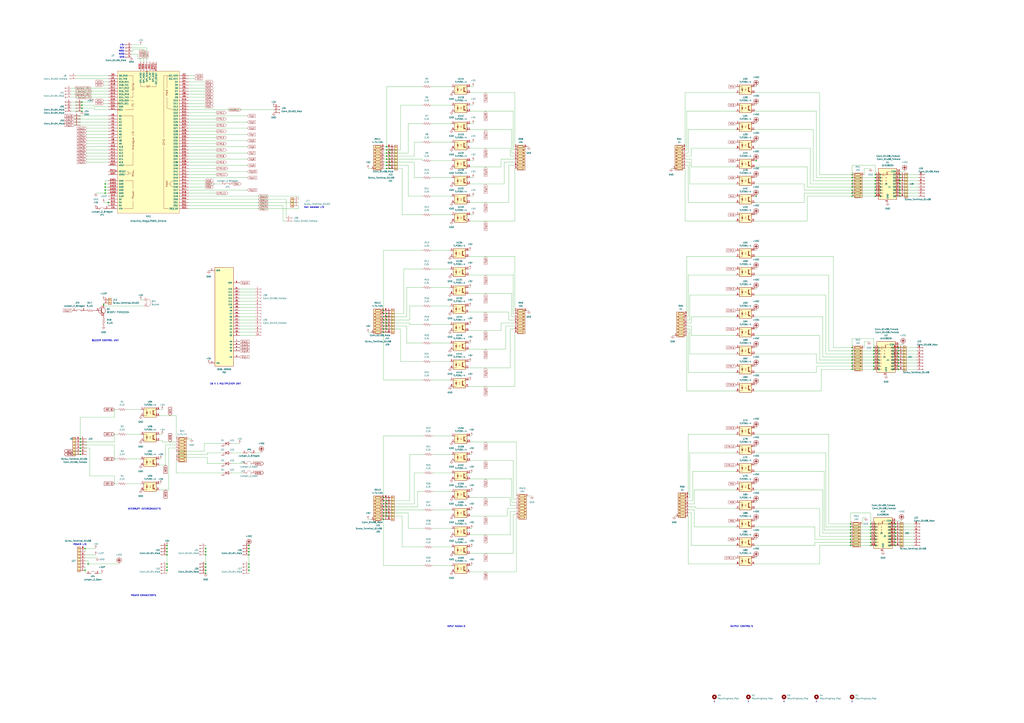
<source format=kicad_sch>
(kicad_sch (version 20211123) (generator eeschema)
  (paper "A1")
  (title_block (title "Mega Controller") (date "2023-01-10") (rev "V2.0") (company "VerifygnTech Pvt. Ltd.") (comment 1 "Designed by: Abhishek Nair") (comment 3 "Controls/Signals are Isolated") (comment 4 "Except marked with *"))
  (junction (at 66.04 370.84))
  (junction (at 204.47 468.63))
  (junction (at 317.5 411.48))
  (junction (at 739.14 148.59))
  (junction (at 715.01 440.69))
  (junction (at 718.82 143.51))
  (junction (at 735.33 448.31))
  (junction (at 320.04 135.89))
  (junction (at 314.96 426.72))
  (junction (at 314.96 255.27))
  (junction (at 69.85 468.63))
  (junction (at 737.87 285.75))
  (junction (at 317.5 421.64))
  (junction (at 314.96 260.35))
  (junction (at 137.16 450.85))
  (junction (at 137.16 448.31))
  (junction (at 204.47 448.31))
  (junction (at 718.82 148.59))
  (junction (at 698.5 440.69))
  (junction (at 699.77 161.29))
  (junction (at 317.5 120.65))
  (junction (at 715.01 445.77))
  (junction (at 168.91 455.93))
  (junction (at 737.87 298.45))
  (junction (at 317.5 414.02))
  (junction (at 314.96 262.89))
  (junction (at 737.87 288.29))
  (junction (at 314.96 419.1))
  (junction (at 168.91 453.39))
  (junction (at 204.47 455.93))
  (junction (at 317.5 130.81))
  (junction (at 699.77 303.53))
  (junction (at 739.14 146.05))
  (junction (at 314.96 270.51))
  (junction (at 320.04 128.27))
  (junction (at 698.5 430.53))
  (junction (at 735.33 440.69))
  (junction (at 717.55 290.83))
  (junction (at 620.9845 132.08))
  (junction (at 66.04 363.22))
  (junction (at 317.5 270.51))
  (junction (at 320.04 133.35))
  (junction (at 739.14 153.67))
  (junction (at 72.39 463.55))
  (junction (at 735.33 438.15))
  (junction (at 699.77 153.67))
  (junction (at 88.9 166.37))
  (junction (at 699.77 295.91))
  (junction (at 317.5 128.27))
  (junction (at 739.14 156.21))
  (junction (at 715.01 430.53))
  (junction (at 137.16 466.09))
  (junction (at 314.96 267.97))
  (junction (at 698.5 435.61))
  (junction (at 317.5 135.89))
  (junction (at 317.5 125.73))
  (junction (at 717.55 295.91))
  (junction (at 314.96 408.94))
  (junction (at 67.31 91.44))
  (junction (at 137.16 468.63))
  (junction (at 715.01 435.61))
  (junction (at 67.31 83.82))
  (junction (at 699.77 143.51))
  (junction (at 317.5 267.97))
  (junction (at 717.55 300.99))
  (junction (at 320.04 138.43))
  (junction (at 717.55 298.45))
  (junction (at 314.96 265.43))
  (junction (at 699.77 298.45))
  (junction (at 699.77 285.75))
  (junction (at 137.16 463.55))
  (junction (at 715.01 438.15))
  (junction (at 718.82 146.05))
  (junction (at 204.47 450.85))
  (junction (at 718.82 161.29))
  (junction (at 737.87 290.83))
  (junction (at 737.87 300.99))
  (junction (at 317.5 419.1))
  (junction (at 317.5 260.35))
  (junction (at 739.14 143.51))
  (junction (at 168.91 468.63))
  (junction (at 737.87 295.91))
  (junction (at 699.77 293.37))
  (junction (at 86.36 151.13))
  (junction (at 317.5 123.19))
  (junction (at 317.5 262.89))
  (junction (at 699.77 146.05))
  (junction (at 739.14 151.13))
  (junction (at 698.5 433.07))
  (junction (at 320.04 123.19))
  (junction (at 86.36 158.75))
  (junction (at 168.91 463.55))
  (junction (at 735.33 433.07))
  (junction (at 66.04 373.38))
  (junction (at 137.16 453.39))
  (junction (at 699.77 288.29))
  (junction (at 204.47 453.39))
  (junction (at 718.82 156.21))
  (junction (at 735.33 435.61))
  (junction (at 66.04 360.68))
  (junction (at 66.04 365.76))
  (junction (at 715.01 443.23))
  (junction (at 317.5 424.18))
  (junction (at 715.01 448.31))
  (junction (at 718.82 151.13))
  (junction (at 718.82 153.67))
  (junction (at 314.96 414.02))
  (junction (at 86.36 153.67))
  (junction (at 67.31 86.36))
  (junction (at 737.87 293.37))
  (junction (at 699.77 151.13))
  (junction (at 204.47 463.55))
  (junction (at 320.04 130.81))
  (junction (at 317.5 265.43))
  (junction (at 314.96 424.18))
  (junction (at 168.91 471.17))
  (junction (at 717.55 285.75))
  (junction (at 739.14 161.29))
  (junction (at 698.5 443.23))
  (junction (at 317.5 133.35))
  (junction (at 69.85 450.85))
  (junction (at 699.77 290.83))
  (junction (at 698.5 448.31))
  (junction (at 715.01 433.07))
  (junction (at 737.87 303.53))
  (junction (at 317.5 416.56))
  (junction (at 314.96 421.64))
  (junction (at 314.96 257.81))
  (junction (at 739.14 158.75))
  (junction (at 698.5 445.77))
  (junction (at 735.33 445.77))
  (junction (at 699.77 156.21))
  (junction (at 698.5 438.15))
  (junction (at 717.55 293.37))
  (junction (at 735.33 443.23))
  (junction (at 699.77 300.99))
  (junction (at 718.82 158.75))
  (junction (at 66.04 368.3))
  (junction (at 317.5 257.81))
  (junction (at 699.77 148.59))
  (junction (at 317.5 138.43))
  (junction (at 204.47 466.09))
  (junction (at 699.77 158.75))
  (junction (at 314.96 416.56))
  (junction (at 168.91 466.09))
  (junction (at 735.33 430.53))
  (junction (at 85.09 250.19))
  (junction (at 168.91 450.85))
  (junction (at 86.36 156.21))
  (junction (at 137.16 455.93))
  (junction (at 620.9396 161.29))
  (junction (at 314.96 411.48))
  (junction (at 320.04 125.73))
  (junction (at 717.55 303.53))
  (junction (at 314.96 273.05))
  (junction (at 67.31 88.9))
  (junction (at 717.55 288.29))
  (no_connect (at 614.68 576.58))
  (no_connect (at 586.74 576.58))
  (no_connect (at 699.77 576.58))
  (no_connect (at 643.89 576.58))
  (no_connect (at 670.56 576.58))
  (wire (pts (xy 699.77 298.45) (xy 717.55 298.45)))
  (wire (pts (xy 354.33 132.08) (xy 370.84 132.08)))
  (wire (pts (xy 317.5 416.56) (xy 342.9 416.56)))
  (wire (pts (xy 88.9 166.37) (xy 88.9 168.91)))
  (wire (pts (xy 154.94 72.39) (xy 168.91 72.39)))
  (wire (pts (xy 354.33 146.05) (xy 370.84 146.05)))
  (wire (pts (xy 71.12 110.49) (xy 88.9 110.49)))
  (wire (pts (xy 130.81 361.95) (xy 133.35 361.95)))
  (wire (pts (xy 419.1 270.51) (xy 422.91 270.51)))
  (wire (pts (xy 67.31 86.36) (xy 77.47 86.36)))
  (wire (pts (xy 720.09 146.05) (xy 718.82 146.05)))
  (wire (pts (xy 422.91 76.2) (xy 422.91 120.65)))
  (wire (pts (xy 388.62 146.05) (xy 386.08 146.05)))
  (wire (pts (xy 317.5 255.27) (xy 314.96 255.27)))
  (wire (pts (xy 386.08 205.74) (xy 384.81 205.74)))
  (wire (pts (xy 317.5 128.27) (xy 320.04 128.27)))
  (wire (pts (xy 137.16 468.63) (xy 137.16 471.17)))
  (wire (pts (xy 421.64 378.46) (xy 421.64 410.21)))
  (wire (pts (xy 93.98 342.9) (xy 93.98 336.55)))
  (wire (pts (xy 93.98 356.87) (xy 96.52 356.87)))
  (wire (pts (xy 750.57 433.07) (xy 735.33 433.07)))
  (wire (pts (xy 355.6 358.14) (xy 370.84 358.14)))
  (wire (pts (xy 85.09 67.31) (xy 88.9 67.31)))
  (wire (pts (xy 737.87 161.29) (xy 739.14 161.29)))
  (wire (pts (xy 386.08 220.98) (xy 384.81 220.98)))
  (wire (pts (xy 154.94 166.37) (xy 245.11 166.37)))
  (wire (pts (xy 340.36 388.62) (xy 340.36 414.02)))
  (wire (pts (xy 154.94 85.09) (xy 168.91 85.09)))
  (wire (pts (xy 317.5 262.89) (xy 314.96 262.89)))
  (wire (pts (xy 320.04 120.65) (xy 317.5 120.65)))
  (wire (pts (xy 604.52 121.92) (xy 567.69 121.92)))
  (wire (pts (xy 336.55 411.48) (xy 336.55 373.38)))
  (wire (pts (xy 340.36 146.05) (xy 346.71 146.05)))
  (wire (pts (xy 621.03 412.75) (xy 619.76 412.75)))
  (wire (pts (xy 563.88 210.82) (xy 563.88 257.81)))
  (wire (pts (xy 302.26 138.43) (xy 304.8 138.43)))
  (wire (pts (xy 196.85 364.49) (xy 190.5 364.49)))
  (wire (pts (xy 436.88 407.67) (xy 434.34 407.67)))
  (wire (pts (xy 204.47 466.09) (xy 204.47 468.63)))
  (wire (pts (xy 414.02 133.35) (xy 422.91 133.35)))
  (wire (pts (xy 58.42 74.93) (xy 88.9 74.93)))
  (wire (pts (xy 335.28 161.29) (xy 346.71 161.29)))
  (wire (pts (xy 320.04 123.19) (xy 328.93 123.19)))
  (wire (pts (xy 154.94 123.19) (xy 177.8 123.19)))
  (wire (pts (xy 340.36 388.62) (xy 347.98 388.62)))
  (wire (pts (xy 58.42 88.9) (xy 67.31 88.9)))
  (wire (pts (xy 737.87 153.67) (xy 739.14 153.67)))
  (wire (pts (xy 411.48 265.43) (xy 422.91 265.43)))
  (wire (pts (xy 154.94 143.51) (xy 177.8 143.51)))
  (wire (pts (xy 144.78 388.62) (xy 182.88 388.62)))
  (wire (pts (xy 384.81 302.26) (xy 419.1 302.26)))
  (wire (pts (xy 673.1 440.69) (xy 698.5 440.69)))
  (wire (pts (xy 71.12 107.95) (xy 88.9 107.95)))
  (wire (pts (xy 154.94 113.03) (xy 177.8 113.03)))
  (wire (pts (xy 619.76 290.83) (xy 670.56 290.83)))
  (wire (pts (xy 386.08 121.92) (xy 419.1 121.92)))
  (wire (pts (xy 354.33 281.94) (xy 369.57 281.94)))
  (wire (pts (xy 132.08 377.19) (xy 130.81 377.19)))
  (wire (pts (xy 717.55 278.13) (xy 699.77 278.13)))
  (wire (pts (xy 698.5 440.69) (xy 715.01 440.69)))
  (wire (pts (xy 154.94 146.05) (xy 203.2 146.05)))
  (wire (pts (xy 699.77 146.05) (xy 718.82 146.05)))
  (wire (pts (xy 736.6 300.99) (xy 737.87 300.99)))
  (wire (pts (xy 58.42 80.01) (xy 88.9 80.01)))
  (wire (pts (xy 196.85 252.73) (xy 209.55 252.73)))
  (wire (pts (xy 77.47 88.9) (xy 77.47 90.17)))
  (wire (pts (xy 567.69 421.64) (xy 565.15 421.64)))
  (wire (pts (xy 680.72 430.53) (xy 698.5 430.53)))
  (wire (pts (xy 320.04 135.89) (xy 335.28 135.89)))
  (wire (pts (xy 753.11 285.75) (xy 737.87 285.75)))
  (wire (pts (xy 604.52 372.11) (xy 566.42 372.11)))
  (wire (pts (xy 621.03 161.29) (xy 620.9396 161.29)))
  (wire (pts (xy 621.03 443.23) (xy 619.76 443.23)))
  (wire (pts (xy 154.94 128.27) (xy 177.8 128.27)))
  (wire (pts (xy 421.64 123.19) (xy 422.91 123.19)))
  (wire (pts (xy 154.94 151.13) (xy 181.61 151.13)))
  (wire (pts (xy 388.62 176.53) (xy 386.08 176.53)))
  (wire (pts (xy 678.18 290.83) (xy 699.77 290.83)))
  (wire (pts (xy 708.66 430.53) (xy 708.66 425.45)))
  (wire (pts (xy 58.42 83.82) (xy 67.31 83.82)))
  (wire (pts (xy 154.94 163.83) (xy 234.95 163.83)))
  (wire (pts (xy 317.5 130.81) (xy 320.04 130.81)))
  (wire (pts (xy 420.37 106.68) (xy 420.37 125.73)))
  (wire (pts (xy 604.52 275.59) (xy 567.69 275.59)))
  (wire (pts (xy 196.85 245.11) (xy 209.55 245.11)))
  (wire (pts (xy 737.87 146.05) (xy 739.14 146.05)))
  (wire (pts (xy 750.57 430.53) (xy 735.33 430.53)))
  (wire (pts (xy 699.77 135.89) (xy 699.77 143.51)))
  (wire (pts (xy 422.91 317.5) (xy 422.91 273.05)))
  (wire (pts (xy 232.41 168.91) (xy 232.41 181.61)))
  (wire (pts (xy 753.11 288.29) (xy 737.87 288.29)))
  (wire (pts (xy 317.5 262.89) (xy 336.55 262.89)))
  (wire (pts (xy 138.43 368.3) (xy 138.43 402.59)))
  (wire (pts (xy 563.88 123.19) (xy 562.61 123.19)))
  (wire (pts (xy 314.96 260.35) (xy 317.5 260.35)))
  (wire (pts (xy 670.56 298.45) (xy 699.77 298.45)))
  (wire (pts (xy 604.52 387.35) (xy 568.96 387.35)))
  (wire (pts (xy 154.94 107.95) (xy 177.8 107.95)))
  (wire (pts (xy 570.23 419.1) (xy 565.15 419.1)))
  (wire (pts (xy 115.57 246.38) (xy 118.11 246.38)))
  (wire (pts (xy 604.52 166.37) (xy 565.15 166.37)))
  (wire (pts (xy 386.08 378.46) (xy 421.64 378.46)))
  (wire (pts (xy 660.4 158.75) (xy 699.77 158.75)))
  (wire (pts (xy 742.95 140.97) (xy 739.14 140.97)))
  (wire (pts (xy 204.47 468.63) (xy 204.47 471.17)))
  (wire (pts (xy 354.33 71.12) (xy 370.84 71.12)))
  (wire (pts (xy 386.08 181.61) (xy 422.91 181.61)))
  (wire (pts (xy 417.83 256.54) (xy 417.83 262.89)))
  (wire (pts (xy 754.38 143.51) (xy 739.14 143.51)))
  (wire (pts (xy 387.35 358.14) (xy 386.08 358.14)))
  (wire (pts (xy 565.15 135.89) (xy 562.61 135.89)))
  (wire (pts (xy 754.38 161.29) (xy 739.14 161.29)))
  (wire (pts (xy 118.11 251.46) (xy 85.09 251.46)))
  (wire (pts (xy 417.83 135.89) (xy 417.83 166.37)))
  (wire (pts (xy 154.94 69.85) (xy 168.91 69.85)))
  (wire (pts (xy 154.94 133.35) (xy 177.8 133.35)))
  (wire (pts (xy 72.39 463.55) (xy 69.85 463.55)))
  (wire (pts (xy 154.94 100.33) (xy 203.2 100.33)))
  (wire (pts (xy 568.96 411.48) (xy 565.15 411.48)))
  (wire (pts (xy 154.94 125.73) (xy 203.2 125.73)))
  (wire (pts (xy 69.85 461.01) (xy 72.39 461.01)))
  (wire (pts (xy 699.77 303.53) (xy 717.55 303.53)))
  (wire (pts (xy 737.87 151.13) (xy 739.14 151.13)))
  (wire (pts (xy 317.5 123.19) (xy 314.96 123.19)))
  (wire (pts (xy 673.1 463.55) (xy 673.1 448.31)))
  (wire (pts (xy 354.33 236.22) (xy 369.57 236.22)))
  (wire (pts (xy 93.98 365.76) (xy 93.98 377.19)))
  (wire (pts (xy 621.03 176.53) (xy 619.76 176.53)))
  (wire (pts (xy 115.57 36.83) (xy 107.95 36.83)))
  (wire (pts (xy 754.38 158.75) (xy 739.14 158.75)))
  (wire (pts (xy 619.76 382.27) (xy 621.03 382.27)))
  (wire (pts (xy 718.82 288.29) (xy 717.55 288.29)))
  (wire (pts (xy 355.6 434.34) (xy 370.84 434.34)))
  (wire (pts (xy 346.71 130.81) (xy 346.71 132.08)))
  (wire (pts (xy 417.83 135.89) (xy 422.91 135.89)))
  (wire (pts (xy 619.76 226.06) (xy 680.72 226.06)))
  (wire (pts (xy 673.1 448.31) (xy 698.5 448.31)))
  (wire (pts (xy 86.36 153.67) (xy 86.36 156.21)))
  (wire (pts (xy 154.94 77.47) (xy 168.91 77.47)))
  (wire (pts (xy 675.64 438.15) (xy 698.5 438.15)))
  (wire (pts (xy 619.76 433.07) (xy 669.29 433.07)))
  (wire (pts (xy 85.09 85.09) (xy 88.9 85.09)))
  (wire (pts (xy 138.43 402.59) (xy 130.81 402.59)))
  (wire (pts (xy 753.11 290.83) (xy 737.87 290.83)))
  (wire (pts (xy 604.52 463.55) (xy 565.15 463.55)))
  (wire (pts (xy 133.35 336.55) (xy 130.81 336.55)))
  (wire (pts (xy 678.18 433.07) (xy 698.5 433.07)))
  (wire (pts (xy 66.04 365.76) (xy 93.98 365.76)))
  (wire (pts (xy 137.16 466.09) (xy 137.16 468.63)))
  (wire (pts (xy 67.31 88.9) (xy 77.47 88.9)))
  (wire (pts (xy 317.5 411.48) (xy 336.55 411.48)))
  (wire (pts (xy 419.1 439.42) (xy 419.1 420.37)))
  (wire (pts (xy 154.94 135.89) (xy 203.2 135.89)))
  (wire (pts (xy 734.06 448.31) (xy 735.33 448.31)))
  (wire (pts (xy 718.82 135.89) (xy 699.77 135.89)))
  (wire (pts (xy 753.11 293.37) (xy 737.87 293.37)))
  (wire (pts (xy 621.03 116.84) (xy 619.76 116.84)))
  (wire (pts (xy 314.96 358.14) (xy 347.98 358.14)))
  (wire (pts (xy 317.5 71.12) (xy 346.71 71.12)))
  (wire (pts (xy 86.36 153.67) (xy 88.9 153.67)))
  (wire (pts (xy 737.87 158.75) (xy 739.14 158.75)))
  (wire (pts (xy 551.18 138.43) (xy 552.45 138.43)))
  (wire (pts (xy 675.64 293.37) (xy 699.77 293.37)))
  (wire (pts (xy 619.76 448.31) (xy 669.29 448.31)))
  (wire (pts (xy 317.5 408.94) (xy 314.96 408.94)))
  (wire (pts (xy 88.9 148.59) (xy 86.36 148.59)))
  (wire (pts (xy 135.89 365.76) (xy 135.89 382.27)))
  (wire (pts (xy 340.36 133.35) (xy 340.36 146.05)))
  (wire (pts (xy 668.02 106.68) (xy 668.02 148.59)))
  (wire (pts (xy 419.1 128.27) (xy 422.91 128.27)))
  (wire (pts (xy 86.36 156.21) (xy 88.9 156.21)))
  (wire (pts (xy 753.11 300.99) (xy 737.87 300.99)))
  (wire (pts (xy 604.52 402.59) (xy 570.23 402.59)))
  (wire (pts (xy 328.93 123.19) (xy 328.93 86.36)))
  (wire (pts (xy 71.12 471.17) (xy 69.85 468.63)))
  (wire (pts (xy 565.15 125.73) (xy 562.61 125.73)))
  (wire (pts (xy 317.5 414.02) (xy 340.36 414.02)))
  (wire (pts (xy 619.76 121.92) (xy 665.48 121.92)))
  (wire (pts (xy 660.4 156.21) (xy 699.77 156.21)))
  (wire (pts (xy 570.23 414.02) (xy 565.15 414.02)))
  (wire (pts (xy 604.52 260.35) (xy 567.69 260.35)))
  (wire (pts (xy 621.03 86.36) (xy 619.76 86.36)))
  (wire (pts (xy 93.98 377.19) (xy 96.52 377.19)))
  (wire (pts (xy 565.15 463.55) (xy 565.15 424.18)))
  (wire (pts (xy 167.64 364.49) (xy 182.88 364.49)))
  (wire (pts (xy 567.69 265.43) (xy 563.88 265.43)))
  (wire (pts (xy 66.04 360.68) (xy 66.04 342.9)))
  (wire (pts (xy 621.03 316.23) (xy 619.76 316.23)))
  (wire (pts (xy 154.94 156.21) (xy 203.2 156.21)))
  (wire (pts (xy 621.03 285.75) (xy 619.76 285.75)))
  (wire (pts (xy 154.94 138.43) (xy 177.8 138.43)))
  (wire (pts (xy 619.76 181.61) (xy 662.94 181.61)))
  (wire (pts (xy 314.96 255.27) (xy 314.96 205.74)))
  (wire (pts (xy 604.52 181.61) (xy 562.61 181.61)))
  (wire (pts (xy 620.9845 132.08) (xy 619.76 132.08)))
  (wire (pts (xy 196.85 273.05) (xy 209.55 273.05)))
  (wire (pts (xy 416.56 417.83) (xy 424.18 417.83)))
  (wire (pts (xy 387.35 434.34) (xy 386.08 434.34)))
  (wire (pts (xy 384.81 241.3) (xy 420.37 241.3)))
  (wire (pts (xy 416.56 424.18) (xy 416.56 417.83)))
  (wire (pts (xy 754.38 148.59) (xy 739.14 148.59)))
  (wire (pts (xy 190.5 372.11) (xy 199.39 372.11)))
  (wire (pts (xy 741.68 283.21) (xy 737.87 283.21)))
  (wire (pts (xy 698.5 448.31) (xy 715.01 448.31)))
  (wire (pts (xy 619.76 372.11) (xy 678.18 372.11)))
  (wire (pts (xy 317.5 138.43) (xy 314.96 138.43)))
  (wire (pts (xy 567.69 275.59) (xy 567.69 267.97)))
  (wire (pts (xy 699.77 148.59) (xy 718.82 148.59)))
  (wire (pts (xy 154.94 74.93) (xy 168.91 74.93)))
  (wire (pts (xy 199.39 381) (xy 190.5 381)))
  (wire (pts (xy 387.35 373.38) (xy 386.08 373.38)))
  (wire (pts (xy 314.96 416.56) (xy 317.5 416.56)))
  (wire (pts (xy 669.29 448.31) (xy 669.29 445.77)))
  (wire (pts (xy 330.2 449.58) (xy 347.98 449.58)))
  (wire (pts (xy 354.33 86.36) (xy 370.84 86.36)))
  (wire (pts (xy 699.77 278.13) (xy 699.77 285.75)))
  (wire (pts (xy 199.39 388.62) (xy 190.5 388.62)))
  (wire (pts (xy 717.55 285.75) (xy 717.55 278.13)))
  (wire (pts (xy 137.16 453.39) (xy 137.16 455.93)))
  (wire (pts (xy 386.08 251.46) (xy 384.81 251.46)))
  (wire (pts (xy 317.5 270.51) (xy 328.93 270.51)))
  (wire (pts (xy 567.69 260.35) (xy 567.69 265.43)))
  (wire (pts (xy 604.52 417.83) (xy 571.5 417.83)))
  (wire (pts (xy 718.82 303.53) (xy 717.55 303.53)))
  (wire (pts (xy 62.23 64.77) (xy 88.9 64.77)))
  (wire (pts (xy 571.5 417.83) (xy 571.5 416.56)))
  (wire (pts (xy 314.96 408.94) (xy 314.96 358.14)))
  (wire (pts (xy 104.14 356.87) (xy 115.57 356.87)))
  (wire (pts (xy 716.28 443.23) (xy 715.01 443.23)))
  (wire (pts (xy 154.94 110.49) (xy 203.2 110.49)))
  (wire (pts (xy 621.03 220.98) (xy 619.76 220.98)))
  (wire (pts (xy 234.95 163.83) (xy 234.95 179.07)))
  (wire (pts (xy 715.01 433.07) (xy 716.28 433.07)))
  (wire (pts (xy 386.08 393.7) (xy 420.37 393.7)))
  (wire (pts (xy 355.6 373.38) (xy 370.84 373.38)))
  (wire (pts (xy 85.09 248.92) (xy 85.09 250.19)))
  (wire (pts (xy 168.91 448.31) (xy 168.91 450.85)))
  (wire (pts (xy 314.96 411.48) (xy 317.5 411.48)))
  (wire (pts (xy 715.01 421.64) (xy 698.5 421.64)))
  (wire (pts (xy 154.94 158.75) (xy 177.8 158.75)))
  (wire (pts (xy 698.5 421.64) (xy 698.5 430.53)))
  (wire (pts (xy 154.94 161.29) (xy 245.11 161.29)))
  (wire (pts (xy 144.78 378.46) (xy 144.78 388.62)))
  (wire (pts (xy 674.37 321.31) (xy 674.37 303.53)))
  (wire (pts (xy 154.94 97.79) (xy 177.8 97.79)))
  (wire (pts (xy 154.94 87.63) (xy 168.91 87.63)))
  (wire (pts (xy 386.08 166.37) (xy 417.83 166.37)))
  (wire (pts (xy 342.9 403.86) (xy 342.9 416.56)))
  (wire (pts (xy 736.6 303.53) (xy 737.87 303.53)))
  (wire (pts (xy 604.52 151.13) (xy 566.42 151.13)))
  (wire (pts (xy 720.09 148.59) (xy 718.82 148.59)))
  (wire (pts (xy 86.36 156.21) (xy 86.36 158.75)))
  (wire (pts (xy 336.55 262.89) (xy 336.55 251.46)))
  (wire (pts (xy 317.5 120.65) (xy 317.5 71.12)))
  (wire (pts (xy 86.36 151.13) (xy 88.9 151.13)))
  (wire (pts (xy 566.42 408.94) (xy 565.15 408.94)))
  (wire (pts (xy 317.5 419.1) (xy 347.98 419.1)))
  (wire (pts (xy 621.03 300.99) (xy 619.76 300.99)))
  (wire (pts (xy 196.85 262.89) (xy 209.55 262.89)))
  (wire (pts (xy 673.1 275.59) (xy 673.1 295.91)))
  (wire (pts (xy 320.04 128.27) (xy 340.36 128.27)))
  (wire (pts (xy 386.08 424.18) (xy 416.56 424.18)))
  (wire (pts (xy 354.33 205.74) (xy 369.57 205.74)))
  (wire (pts (xy 86.36 151.13) (xy 86.36 153.67)))
  (wire (pts (xy 414.02 133.35) (xy 414.02 151.13)))
  (wire (pts (xy 104.14 397.51) (xy 115.57 397.51)))
  (wire (pts (xy 204.47 463.55) (xy 204.47 466.09)))
  (wire (pts (xy 716.28 435.61) (xy 715.01 435.61)))
  (wire (pts (xy 144.78 373.38) (xy 170.18 373.38)))
  (wire (pts (xy 387.35 419.1) (xy 386.08 419.1)))
  (wire (pts (xy 204.47 453.39) (xy 204.47 455.93)))
  (wire (pts (xy 662.94 153.67) (xy 699.77 153.67)))
  (wire (pts (xy 709.93 285.75) (xy 709.93 280.67)))
  (wire (pts (xy 320.04 133.35) (xy 340.36 133.35)))
  (wire (pts (xy 419.1 420.37) (xy 424.18 420.37)))
  (wire (pts (xy 355.6 464.82) (xy 370.84 464.82)))
  (wire (pts (xy 567.69 448.31) (xy 567.69 421.64)))
  (wire (pts (xy 567.69 267.97) (xy 563.88 267.97)))
  (wire (pts (xy 71.12 128.27) (xy 88.9 128.27)))
  (wire (pts (xy 670.56 300.99) (xy 699.77 300.99)))
  (wire (pts (xy 680.72 226.06) (xy 680.72 288.29)))
  (wire (pts (xy 750.57 443.23) (xy 735.33 443.23)))
  (wire (pts (xy 314.96 421.64) (xy 317.5 421.64)))
  (wire (pts (xy 720.09 158.75) (xy 718.82 158.75)))
  (wire (pts (xy 621.03 205.74) (xy 619.76 205.74)))
  (wire (pts (xy 567.69 128.27) (xy 562.61 128.27)))
  (wire (pts (xy 168.91 455.93) (xy 168.91 463.55)))
  (wire (pts (xy 314.96 257.81) (xy 317.5 257.81)))
  (wire (pts (xy 619.76 242.57) (xy 678.18 242.57)))
  (wire (pts (xy 384.81 226.06) (xy 421.64 226.06)))
  (wire (pts (xy 232.41 181.61) (xy 234.95 181.61)))
  (wire (pts (xy 93.98 391.16) (xy 73.66 391.16)))
  (wire (pts (xy 154.94 105.41) (xy 203.2 105.41)))
  (wire (pts (xy 716.28 448.31) (xy 715.01 448.31)))
  (wire (pts (xy 317.5 133.35) (xy 314.96 133.35)))
  (wire (pts (xy 314.96 270.51) (xy 317.5 270.51)))
  (wire (pts (xy 422.91 210.82) (xy 422.91 255.27)))
  (wire (pts (xy 387.35 449.58) (xy 386.08 449.58)))
  (wire (pts (xy 621.03 71.12) (xy 619.76 71.12)))
  (wire (pts (xy 154.94 92.71) (xy 177.8 92.71)))
  (wire (pts (xy 720.09 156.21) (xy 718.82 156.21)))
  (wire (pts (xy 684.53 210.82) (xy 684.53 285.75)))
  (wire (pts (xy 154.94 140.97) (xy 203.2 140.97)))
  (wire (pts (xy 604.52 290.83) (xy 566.42 290.83)))
  (wire (pts (xy 354.33 266.7) (xy 369.57 266.7)))
  (wire (pts (xy 660.4 166.37) (xy 660.4 158.75)))
  (wire (pts (xy 170.18 375.92) (xy 170.18 381)))
  (wire (pts (xy 699.77 288.29) (xy 717.55 288.29)))
  (wire (pts (xy 415.29 287.02) (xy 415.29 267.97)))
  (wire (pts (xy 154.94 115.57) (xy 203.2 115.57)))
  (wire (pts (xy 58.42 72.39) (xy 88.9 72.39)))
  (wire (pts (xy 715.01 430.53) (xy 715.01 421.64)))
  (wire (pts (xy 335.28 421.64) (xy 335.28 434.34)))
  (wire (pts (xy 387.35 464.82) (xy 386.08 464.82)))
  (wire (pts (xy 336.55 373.38) (xy 347.98 373.38)))
  (wire (pts (xy 619.76 321.31) (xy 674.37 321.31)))
  (wire (pts (xy 386.08 408.94) (xy 419.1 408.94)))
  (wire (pts (xy 154.94 118.11) (xy 177.8 118.11)))
  (wire (pts (xy 317.5 135.89) (xy 320.04 135.89)))
  (wire (pts (xy 71.12 123.19) (xy 88.9 123.19)))
  (wire (pts (xy 302.26 426.72) (xy 304.8 426.72)))
  (wire (pts (xy 736.6 293.37) (xy 737.87 293.37)))
  (wire (pts (xy 678.18 372.11) (xy 678.18 433.07)))
  (wire (pts (xy 320.04 123.19) (xy 317.5 123.19)))
  (wire (pts (xy 73.66 368.3) (xy 66.04 368.3)))
  (wire (pts (xy 604.52 448.31) (xy 567.69 448.31)))
  (wire (pts (xy 565.15 260.35) (xy 563.88 260.35)))
  (wire (pts (xy 346.71 220.98) (xy 331.47 220.98)))
  (wire (pts (xy 317.5 421.64) (xy 335.28 421.64)))
  (wire (pts (xy 604.52 321.31) (xy 563.88 321.31)))
  (wire (pts (xy 77.47 87.63) (xy 88.9 87.63)))
  (wire (pts (xy 137.16 455.93) (xy 137.16 463.55)))
  (wire (pts (xy 386.08 454.66) (xy 421.64 454.66)))
  (wire (pts (xy 317.5 128.27) (xy 314.96 128.27)))
  (wire (pts (xy 734.06 433.07) (xy 735.33 433.07)))
  (wire (pts (xy 720.09 151.13) (xy 718.82 151.13)))
  (wire (pts (xy 619.76 387.35) (xy 676.91 387.35)))
  (wire (pts (xy 317.5 424.18) (xy 330.2 424.18)))
  (wire (pts (xy 562.61 76.2) (xy 562.61 120.65)))
  (wire (pts (xy 93.98 363.22) (xy 93.98 356.87)))
  (wire (pts (xy 154.94 67.31) (xy 168.91 67.31)))
  (wire (pts (xy 355.6 388.62) (xy 370.84 388.62)))
  (wire (pts (xy 754.38 153.67) (xy 739.14 153.67)))
  (wire (pts (xy 568.96 387.35) (xy 568.96 411.48)))
  (wire (pts (xy 698.5 435.61) (xy 715.01 435.61)))
  (wire (pts (xy 566.42 262.89) (xy 563.88 262.89)))
  (wire (pts (xy 567.69 137.16) (xy 567.69 130.81)))
  (wire (pts (xy 669.29 433.07) (xy 669.29 443.23)))
  (wire (pts (xy 335.28 101.6) (xy 346.71 101.6)))
  (wire (pts (xy 604.52 106.68) (xy 565.15 106.68)))
  (wire (pts (xy 204.47 455.93) (xy 204.47 463.55)))
  (wire (pts (xy 387.35 403.86) (xy 386.08 403.86)))
  (wire (pts (xy 415.29 267.97) (xy 422.91 267.97)))
  (wire (pts (xy 619.76 306.07) (xy 670.56 306.07)))
  (wire (pts (xy 563.88 91.44) (xy 563.88 123.19)))
  (wire (pts (xy 417.83 262.89) (xy 422.91 262.89)))
  (wire (pts (xy 336.55 266.7) (xy 346.71 266.7)))
  (wire (pts (xy 355.6 403.86) (xy 370.84 403.86)))
  (wire (pts (xy 340.36 116.84) (xy 346.71 116.84)))
  (wire (pts (xy 144.78 375.92) (xy 170.18 375.92)))
  (wire (pts (xy 604.52 242.57) (xy 566.42 242.57)))
  (wire (pts (xy 71.12 105.41) (xy 88.9 105.41)))
  (wire (pts (xy 69.85 450.85) (xy 69.85 453.39)))
  (wire (pts (xy 698.5 433.07) (xy 715.01 433.07)))
  (wire (pts (xy 330.2 176.53) (xy 346.71 176.53)))
  (wire (pts (xy 71.12 133.35) (xy 88.9 133.35)))
  (wire (pts (xy 386.08 469.9) (xy 424.18 469.9)))
  (wire (pts (xy 196.85 242.57) (xy 209.55 242.57)))
  (wire (pts (xy 665.48 121.92) (xy 665.48 151.13)))
  (wire (pts (xy 132.08 397.51) (xy 130.81 397.51)))
  (wire (pts (xy 670.56 306.07) (xy 670.56 300.99)))
  (wire (pts (xy 419.1 302.26) (xy 419.1 270.51)))
  (wire (pts (xy 699.77 156.21) (xy 718.82 156.21)))
  (wire (pts (xy 354.33 251.46) (xy 369.57 251.46)))
  (wire (pts (xy 675.64 402.59) (xy 675.64 438.15)))
  (wire (pts (xy 734.06 443.23) (xy 735.33 443.23)))
  (wire (pts (xy 753.11 298.45) (xy 737.87 298.45)))
  (wire (pts (xy 154.94 64.77) (xy 160.02 64.77)))
  (wire (pts (xy 93.98 391.16) (xy 93.98 397.51)))
  (wire (pts (xy 421.64 422.91) (xy 424.18 422.91)))
  (wire (pts (xy 69.85 455.93) (xy 78.74 455.93)))
  (wire (pts (xy 245.11 171.45) (xy 245.11 168.91)))
  (wire (pts (xy 552.45 275.59) (xy 553.72 275.59)))
  (wire (pts (xy 196.85 240.03) (xy 209.55 240.03)))
  (wire (pts (xy 328.93 270.51) (xy 328.93 297.18)))
  (wire (pts (xy 196.85 257.81) (xy 209.55 257.81)))
  (wire (pts (xy 314.96 312.42) (xy 346.71 312.42)))
  (wire (pts (xy 93.98 336.55) (xy 96.52 336.55)))
  (wire (pts (xy 680.72 288.29) (xy 699.77 288.29)))
  (wire (pts (xy 58.42 91.44) (xy 67.31 91.44)))
  (wire (pts (xy 716.28 438.15) (xy 715.01 438.15)))
  (wire (pts (xy 620.9396 161.29) (xy 619.76 161.29)))
  (wire (pts (xy 354.33 176.53) (xy 370.84 176.53)))
  (wire (pts (xy 621.03 255.27) (xy 619.76 255.27)))
  (wire (pts (xy 562.61 181.61) (xy 562.61 138.43)))
  (wire (pts (xy 137.16 463.55) (xy 137.16 466.09)))
  (wire (pts (xy 619.76 106.68) (xy 668.02 106.68)))
  (wire (pts (xy 699.77 151.13) (xy 718.82 151.13)))
  (wire (pts (xy 386.08 76.2) (xy 422.91 76.2)))
  (wire (pts (xy 107.95 41.91) (xy 109.22 41.91)))
  (wire (pts (xy 736.6 288.29) (xy 737.87 288.29)))
  (wire (pts (xy 69.85 466.09) (xy 69.85 468.63)))
  (wire (pts (xy 328.93 86.36) (xy 346.71 86.36)))
  (wire (pts (xy 718.82 143.51) (xy 718.82 135.89)))
  (wire (pts (xy 566.42 372.11) (xy 566.42 408.94)))
  (wire (pts (xy 716.28 445.77) (xy 715.01 445.77)))
  (wire (pts (xy 317.5 260.35) (xy 334.01 260.35)))
  (wire (pts (xy 109.22 41.91) (xy 109.22 40.64)))
  (wire (pts (xy 334.01 281.94) (xy 346.71 281.94)))
  (wire (pts (xy 314.96 424.18) (xy 317.5 424.18)))
  (wire (pts (xy 93.98 397.51) (xy 96.52 397.51)))
  (wire (pts (xy 168.91 450.85) (xy 168.91 453.39)))
  (wire (pts (xy 411.48 271.78) (xy 411.48 265.43)))
  (wire (pts (xy 154.94 80.01) (xy 168.91 80.01)))
  (wire (pts (xy 388.62 116.84) (xy 386.08 116.84)))
  (wire (pts (xy 420.37 260.35) (xy 422.91 260.35)))
  (wire (pts (xy 137.16 450.85) (xy 137.16 453.39)))
  (wire (pts (xy 386.08 312.42) (xy 384.81 312.42)))
  (wire (pts (xy 196.85 275.59) (xy 209.55 275.59)))
  (wire (pts (xy 346.71 236.22) (xy 334.01 236.22)))
  (wire (pts (xy 120.65 39.37) (xy 120.65 50.8)))
  (wire (pts (xy 384.81 271.78) (xy 411.48 271.78)))
  (wire (pts (xy 668.02 148.59) (xy 699.77 148.59)))
  (wire (pts (xy 754.38 151.13) (xy 739.14 151.13)))
  (wire (pts (xy 317.5 267.97) (xy 334.01 267.97)))
  (wire (pts (xy 317.5 138.43) (xy 320.04 138.43)))
  (wire (pts (xy 58.42 86.36) (xy 67.31 86.36)))
  (wire (pts (xy 419.1 121.92) (xy 419.1 128.27)))
  (wire (pts (xy 424.18 469.9) (xy 424.18 425.45)))
  (wire (pts (xy 335.28 125.73) (xy 335.28 101.6)))
  (wire (pts (xy 621.03 397.51) (xy 619.76 397.51)))
  (wire (pts (xy 675.64 260.35) (xy 675.64 293.37)))
  (wire (pts (xy 750.57 440.69) (xy 735.33 440.69)))
  (wire (pts (xy 330.2 138.43) (xy 330.2 176.53)))
  (wire (pts (xy 604.52 433.07) (xy 570.23 433.07)))
  (wire (pts (xy 113.03 44.45) (xy 113.03 48.26)))
  (wire (pts (xy 662.94 181.61) (xy 662.94 161.29)))
  (wire (pts (xy 196.85 250.19) (xy 209.55 250.19)))
  (wire (pts (xy 317.5 265.43) (xy 314.96 265.43)))
  (wire (pts (xy 354.33 312.42) (xy 369.57 312.42)))
  (wire (pts (xy 66.04 363.22) (xy 93.98 363.22)))
  (wire (pts (xy 133.35 361.95) (xy 133.35 363.22)))
  (wire (pts (xy 673.1 295.91) (xy 699.77 295.91)))
  (wire (pts (xy 754.38 156.21) (xy 739.14 156.21)))
  (wire (pts (xy 734.06 435.61) (xy 735.33 435.61)))
  (wire (pts (xy 553.72 424.18) (xy 554.99 424.18)))
  (wire (pts (xy 673.1 417.83) (xy 673.1 440.69)))
  (wire (pts (xy 107.95 39.37) (xy 120.65 39.37)))
  (wire (pts (xy 420.37 412.75) (xy 424.18 412.75)))
  (wire (pts (xy 137.16 448.31) (xy 137.16 450.85)))
  (wire (pts (xy 118.11 40.64) (xy 118.11 50.8)))
  (wire (pts (xy 86.36 148.59) (xy 86.36 151.13)))
  (wire (pts (xy 170.18 372.11) (xy 182.88 372.11)))
  (wire (pts (xy 354.33 220.98) (xy 369.57 220.98)))
  (wire (pts (xy 621.03 367.03) (xy 619.76 367.03)))
  (wire (pts (xy 750.57 445.77) (xy 735.33 445.77)))
  (wire (pts (xy 335.28 135.89) (xy 335.28 161.29)))
  (wire (pts (xy 753.11 303.53) (xy 737.87 303.53)))
  (wire (pts (xy 566.42 133.35) (xy 562.61 133.35)))
  (wire (pts (xy 604.52 76.2) (xy 562.61 76.2)))
  (wire (pts (xy 302.26 273.05) (xy 304.8 273.05)))
  (wire (pts (xy 104.14 336.55) (xy 115.57 336.55)))
  (wire (pts (xy 386.08 137.16) (xy 411.48 137.16)))
  (wire (pts (xy 750.57 448.31) (xy 735.33 448.31)))
  (wire (pts (xy 388.62 161.29) (xy 386.08 161.29)))
  (wire (pts (xy 130.81 382.27) (xy 135.89 382.27)))
  (wire (pts (xy 699.77 293.37) (xy 717.55 293.37)))
  (wire (pts (xy 78.74 450.85) (xy 69.85 450.85)))
  (wire (pts (xy 718.82 153.67) (xy 720.09 153.67)))
  (wire (pts (xy 314.96 414.02) (xy 317.5 414.02)))
  (wire (pts (xy 567.69 121.92) (xy 567.69 128.27)))
  (wire (pts (xy 71.12 130.81) (xy 88.9 130.81)))
  (wire (pts (xy 411.48 137.16) (xy 411.48 130.81)))
  (wire (pts (xy 314.96 419.1) (xy 317.5 419.1)))
  (wire (pts (xy 720.09 161.29) (xy 718.82 161.29)))
  (wire (pts (xy 196.85 270.51) (xy 209.55 270.51)))
  (wire (pts (xy 384.81 287.02) (xy 415.29 287.02)))
  (wire (pts (xy 421.64 454.66) (xy 421.64 422.91)))
  (wire (pts (xy 604.52 306.07) (xy 565.15 306.07)))
  (wire (pts (xy 86.36 158.75) (xy 88.9 158.75)))
  (wire (pts (xy 113.03 48.26) (xy 115.57 48.26)))
  (wire (pts (xy 718.82 300.99) (xy 717.55 300.99)))
  (wire (pts (xy 196.85 237.49) (xy 209.55 237.49)))
  (wire (pts (xy 80.01 458.47) (xy 69.85 458.47)))
  (wire (pts (xy 317.5 125.73) (xy 314.96 125.73)))
  (wire (pts (xy 750.57 435.61) (xy 735.33 435.61)))
  (wire (pts (xy 619.76 417.83) (xy 673.1 417.83)))
  (wire (pts (xy 314.96 464.82) (xy 347.98 464.82)))
  (wire (pts (xy 168.91 463.55) (xy 168.91 466.09)))
  (wire (pts (xy 709.93 280.67) (xy 713.74 280.67)))
  (wire (pts (xy 563.88 321.31) (xy 563.88 275.59)))
  (wire (pts (xy 60.96 102.87) (xy 88.9 102.87)))
  (wire (pts (xy 619.76 275.59) (xy 673.1 275.59)))
  (wire (pts (xy 168.91 468.63) (xy 168.91 471.17)))
  (wire (pts (xy 604.52 91.44) (xy 563.88 91.44)))
  (wire (pts (xy 673.1 143.51) (xy 699.77 143.51)))
  (wire (pts (xy 384.81 317.5) (xy 422.91 317.5)))
  (wire (pts (xy 62.23 62.23) (xy 88.9 62.23)))
  (wire (pts (xy 97.79 463.55) (xy 72.39 463.55)))
  (wire (pts (xy 718.82 298.45) (xy 717.55 298.45)))
  (wire (pts (xy 565.15 306.07) (xy 565.15 273.05)))
  (wire (pts (xy 660.4 151.13) (xy 660.4 156.21)))
  (wire (pts (xy 154.94 153.67) (xy 168.91 153.67)))
  (wire (pts (xy 330.2 424.18) (xy 330.2 449.58)))
  (wire (pts (xy 317.5 130.81) (xy 314.96 130.81)))
  (wire (pts (xy 320.04 138.43) (xy 330.2 138.43)))
  (wire (pts (xy 565.15 166.37) (xy 565.15 135.89)))
  (wire (pts (xy 334.01 267.97) (xy 334.01 281.94)))
  (wire (pts (xy 72.39 461.01) (xy 72.39 463.55)))
  (wire (pts (xy 317.5 135.89) (xy 314.96 135.89)))
  (wire (pts (xy 737.87 143.51) (xy 739.14 143.51)))
  (wire (pts (xy 662.94 137.16) (xy 662.94 153.67)))
  (wire (pts (xy 144.78 370.84) (xy 167.64 370.84)))
  (wire (pts (xy 734.06 438.15) (xy 735.33 438.15)))
  (wire (pts (xy 570.23 402.59) (xy 570.23 414.02)))
  (wire (pts (xy 334.01 260.35) (xy 334.01 236.22)))
  (wire (pts (xy 154.94 148.59) (xy 168.91 148.59)))
  (wire (pts (xy 718.82 285.75) (xy 717.55 285.75)))
  (wire (pts (xy 386.08 297.18) (xy 384.81 297.18)))
  (wire (pts (xy 317.5 125.73) (xy 320.04 125.73)))
  (wire (pts (xy 331.47 257.81) (xy 331.47 220.98)))
  (wire (pts (xy 386.08 236.22) (xy 384.81 236.22)))
  (wire (pts (xy 196.85 260.35) (xy 209.55 260.35)))
  (wire (pts (xy 314.96 205.74) (xy 346.71 205.74)))
  (wire (pts (xy 621.03 132.08) (xy 620.9845 132.08)))
  (wire (pts (xy 566.42 151.13) (xy 566.42 133.35)))
  (wire (pts (xy 196.85 267.97) (xy 209.55 267.97)))
  (wire (pts (xy 434.34 120.65) (xy 433.07 120.65)))
  (wire (pts (xy 699.77 295.91) (xy 717.55 295.91)))
  (wire (pts (xy 619.76 210.82) (xy 684.53 210.82)))
  (wire (pts (xy 157.48 360.68) (xy 154.94 360.68)))
  (wire (pts (xy 420.37 393.7) (xy 420.37 412.75)))
  (wire (pts (xy 144.78 365.76) (xy 135.89 365.76)))
  (wire (pts (xy 665.48 151.13) (xy 699.77 151.13)))
  (wire (pts (xy 734.06 445.77) (xy 735.33 445.77)))
  (wire (pts (xy 60.96 97.79) (xy 88.9 97.79)))
  (wire (pts (xy 736.6 290.83) (xy 737.87 290.83)))
  (wire (pts (xy 621.03 351.79) (xy 619.76 351.79)))
  (wire (pts (xy 619.76 151.13) (xy 660.4 151.13)))
  (wire (pts (xy 604.52 210.82) (xy 563.88 210.82)))
  (wire (pts (xy 204.47 448.31) (xy 204.47 450.85)))
  (wire (pts (xy 133.35 356.87) (xy 130.81 356.87)))
  (wire (pts (xy 565.15 273.05) (xy 563.88 273.05)))
  (wire (pts (xy 736.6 295.91) (xy 737.87 295.91)))
  (wire (pts (xy 698.5 443.23) (xy 715.01 443.23)))
  (wire (pts (xy 354.33 101.6) (xy 370.84 101.6)))
  (wire (pts (xy 245.11 163.83) (xy 245.11 161.29)))
  (wire (pts (xy 386.08 281.94) (xy 384.81 281.94)))
  (wire (pts (xy 317.5 120.65) (xy 314.96 120.65)))
  (wire (pts (xy 718.82 293.37) (xy 717.55 293.37)))
  (wire (pts (xy 71.12 125.73) (xy 88.9 125.73)))
  (wire (pts (xy 736.6 285.75) (xy 737.87 285.75)))
  (wire (pts (xy 154.94 95.25) (xy 203.2 95.25)))
  (wire (pts (xy 420.37 241.3) (xy 420.37 260.35)))
  (wire (pts (xy 340.36 128.27) (xy 340.36 116.84)))
  (wire (pts (xy 336.55 251.46) (xy 346.71 251.46)))
  (wire (pts (xy 669.29 445.77) (xy 698.5 445.77)))
  (wire (pts (xy 317.5 133.35) (xy 320.04 133.35)))
  (wire (pts (xy 678.18 242.57) (xy 678.18 290.83)))
  (wire (pts (xy 662.94 161.29) (xy 699.77 161.29)))
  (wire (pts (xy 60.96 95.25) (xy 88.9 95.25)))
  (wire (pts (xy 355.6 449.58) (xy 370.84 449.58)))
  (wire (pts (xy 565.15 226.06) (xy 565.15 260.35)))
  (wire (pts (xy 78.74 158.75) (xy 86.36 158.75)))
  (wire (pts (xy 421.64 257.81) (xy 422.91 257.81)))
  (wire (pts (xy 734.06 430.53) (xy 735.33 430.53)))
  (wire (pts (xy 420.37 125.73) (xy 422.91 125.73)))
  (wire (pts (xy 604.52 226.06) (xy 565.15 226.06)))
  (wire (pts (xy 571.5 416.56) (xy 565.15 416.56)))
  (wire (pts (xy 196.85 247.65) (xy 209.55 247.65)))
  (wire (pts (xy 154.94 168.91) (xy 232.41 168.91)))
  (wire (pts (xy 699.77 290.83) (xy 717.55 290.83)))
  (wire (pts (xy 709.93 143.51) (xy 709.93 138.43)))
  (wire (pts (xy 336.55 266.7) (xy 336.55 265.43)))
  (wire (pts (xy 317.5 426.72) (xy 314.96 426.72)))
  (wire (pts (xy 387.35 388.62) (xy 386.08 388.62)))
  (wire (pts (xy 170.18 373.38) (xy 170.18 372.11)))
  (wire (pts (xy 384.81 256.54) (xy 417.83 256.54)))
  (wire (pts (xy 354.33 116.84) (xy 370.84 116.84)))
  (wire (pts (xy 698.5 438.15) (xy 715.01 438.15)))
  (wire (pts (xy 354.33 297.18) (xy 369.57 297.18)))
  (wire (pts (xy 85.09 82.55) (xy 88.9 82.55)))
  (wire (pts (xy 209.55 372.11) (xy 214.63 372.11)))
  (wire (pts (xy 168.91 453.39) (xy 168.91 455.93)))
  (wire (pts (xy 386.08 91.44) (xy 421.64 91.44)))
  (wire (pts (xy 85.09 166.37) (xy 88.9 166.37)))
  (wire (pts (xy 619.76 260.35) (xy 675.64 260.35)))
  (wire (pts (xy 619.76 463.55) (xy 673.1 463.55)))
  (wire (pts (xy 421.64 91.44) (xy 421.64 123.19)))
  (wire (pts (xy 115.57 48.26) (xy 115.57 50.8)))
  (wire (pts (xy 670.56 91.44) (xy 670.56 146.05)))
  (wire (pts (xy 196.85 265.43) (xy 209.55 265.43)))
  (wire (pts (xy 386.08 151.13) (xy 414.02 151.13)))
  (wire (pts (xy 314.96 273.05) (xy 314.96 312.42)))
  (wire (pts (xy 320.04 125.73) (xy 335.28 125.73)))
  (wire (pts (xy 434.34 255.27) (xy 433.07 255.27)))
  (wire (pts (xy 740.41 427.99) (xy 735.33 427.99)))
  (wire (pts (xy 388.62 86.36) (xy 386.08 86.36)))
  (wire (pts (xy 167.64 370.84) (xy 167.64 364.49)))
  (wire (pts (xy 386.08 363.22) (xy 424.18 363.22)))
  (wire (pts (xy 619.76 137.16) (xy 662.94 137.16)))
  (wire (pts (xy 196.85 255.27) (xy 209.55 255.27)))
  (wire (pts (xy 85.09 69.85) (xy 88.9 69.85)))
  (wire (pts (xy 567.69 130.81) (xy 562.61 130.81)))
  (wire (pts (xy 388.62 101.6) (xy 386.08 101.6)))
  (wire (pts (xy 708.66 425.45) (xy 711.2 425.45)))
  (wire (pts (xy 168.91 466.09) (xy 168.91 468.63)))
  (wire (pts (xy 718.82 295.91) (xy 717.55 295.91)))
  (wire (pts (xy 71.12 113.03) (xy 88.9 113.03)))
  (wire (pts (xy 144.78 341.63) (xy 144.78 360.68)))
  (wire (pts (xy 621.03 146.05) (xy 619.76 146.05)))
  (wire (pts (xy 421.64 410.21) (xy 424.18 410.21)))
  (wire (pts (xy 144.78 368.3) (xy 138.43 368.3)))
  (wire (pts (xy 621.03 427.99) (xy 619.76 427.99)))
  (wire (pts (xy 718.82 143.51) (xy 720.09 143.51)))
  (wire (pts (xy 386.08 106.68) (xy 420.37 106.68)))
  (wire (pts (xy 66.04 342.9) (xy 93.98 342.9)))
  (wire (pts (xy 335.28 434.34) (xy 347.98 434.34)))
  (wire (pts (xy 718.82 290.83) (xy 717.55 290.83)))
  (wire (pts (xy 154.94 130.81) (xy 203.2 130.81)))
  (wire (pts (xy 737.87 156.21) (xy 739.14 156.21)))
  (wire (pts (xy 411.48 130.81) (xy 422.91 130.81)))
  (wire (pts (xy 753.11 295.91) (xy 737.87 295.91)))
  (wire (pts (xy 71.12 120.65) (xy 88.9 120.65)))
  (wire (pts (xy 736.6 298.45) (xy 737.87 298.45)))
  (wire (pts (xy 130.81 341.63) (xy 144.78 341.63)))
  (wire (pts (xy 716.28 430.53) (xy 715.01 430.53)))
  (wire (pts (xy 619.76 402.59) (xy 675.64 402.59)))
  (wire (pts (xy 754.38 146.05) (xy 739.14 146.05)))
  (wire (pts (xy 60.96 100.33) (xy 88.9 100.33)))
  (wire (pts (xy 422.91 138.43) (xy 422.91 181.61)))
  (wire (pts (xy 565.15 106.68) (xy 565.15 125.73)))
  (wire (pts (xy 750.57 438.15) (xy 735.33 438.15)))
  (wire (pts (xy 154.94 90.17) (xy 224.79 90.17)))
  (wire (pts (xy 421.64 226.06) (xy 421.64 257.81)))
  (wire (pts (xy 154.94 120.65) (xy 203.2 120.65)))
  (wire (pts (xy 419.1 408.94) (xy 419.1 415.29)))
  (wire (pts (xy 676.91 387.35) (xy 676.91 435.61)))
  (wire (pts (xy 314.96 426.72) (xy 314.96 464.82)))
  (wire (pts (xy 154.94 171.45) (xy 245.11 171.45)))
  (wire (pts (xy 314.96 267.97) (xy 317.5 267.97)))
  (wire (pts (xy 621.03 458.47) (xy 619.76 458.47)))
  (wire (pts (xy 621.03 101.6) (xy 619.76 101.6)))
  (wire (pts (xy 698.5 445.77) (xy 715.01 445.77)))
  (wire (pts (xy 737.87 148.59) (xy 739.14 148.59)))
  (wire (pts (xy 699.77 161.29) (xy 718.82 161.29)))
  (wire (pts (xy 67.31 83.82) (xy 76.2 83.82)))
  (wire (pts (xy 85.09 250.19) (xy 85.09 251.46)))
  (wire (pts (xy 566.42 290.83) (xy 566.42 270.51)))
  (wire (pts (xy 328.93 297.18) (xy 346.71 297.18)))
  (wire (pts (xy 388.62 71.12) (xy 386.08 71.12)))
  (wire (pts (xy 109.22 40.64) (xy 118.11 40.64)))
  (wire (pts (xy 621.03 237.49) (xy 619.76 237.49)))
  (wire (pts (xy 604.52 356.87) (xy 565.15 356.87)))
  (wire (pts (xy 59.69 373.38) (xy 66.04 373.38)))
  (wire (pts (xy 317.5 257.81) (xy 331.47 257.81)))
  (wire (pts (xy 107.95 44.45) (xy 113.03 44.45)))
  (wire (pts (xy 320.04 130.81) (xy 346.71 130.81)))
  (wire (pts (xy 709.93 138.43) (xy 715.01 138.43)))
  (wire (pts (xy 670.56 146.05) (xy 699.77 146.05)))
  (wire (pts (xy 619.76 166.37) (xy 660.4 166.37)))
  (wire (pts (xy 83.82 471.17) (xy 81.28 471.17)))
  (wire (pts (xy 604.52 137.16) (xy 567.69 137.16)))
  (wire (pts (xy 566.42 270.51) (xy 563.88 270.51)))
  (wire (pts (xy 619.76 76.2) (xy 673.1 76.2)))
  (wire (pts (xy 354.33 161.29) (xy 370.84 161.29)))
  (wire (pts (xy 388.62 132.08) (xy 386.08 132.08)))
  (wire (pts (xy 674.37 303.53) (xy 699.77 303.53)))
  (wire (pts (xy 680.72 356.87) (xy 680.72 430.53)))
  (wire (pts (xy 673.1 76.2) (xy 673.1 143.51)))
  (wire (pts (xy 670.56 290.83) (xy 670.56 298.45)))
  (wire (pts (xy 676.91 435.61) (xy 698.5 435.61)))
  (wire (pts (xy 204.47 450.85) (xy 204.47 453.39)))
  (wire (pts (xy 71.12 118.11) (xy 88.9 118.11)))
  (wire (pts (xy 570.23 433.07) (xy 570.23 419.1)))
  (wire (pts (xy 355.6 419.1) (xy 370.84 419.1)))
  (wire (pts (xy 170.18 381) (xy 182.88 381)))
  (wire (pts (xy 58.42 77.47) (xy 88.9 77.47)))
  (wire (pts (xy 342.9 403.86) (xy 347.98 403.86)))
  (wire (pts (xy 317.5 273.05) (xy 314.96 273.05)))
  (wire (pts (xy 317.5 265.43) (xy 336.55 265.43)))
  (wire (pts (xy 424.18 363.22) (xy 424.18 407.67)))
  (wire (pts (xy 104.14 377.19) (xy 115.57 377.19)))
  (wire (pts (xy 384.81 210.82) (xy 422.91 210.82)))
  (wire (pts (xy 77.47 86.36) (xy 77.47 87.63)))
  (wire (pts (xy 699.77 300.99) (xy 717.55 300.99)))
  (wire (pts (xy 133.35 363.22) (xy 144.78 363.22)))
  (wire (pts (xy 619.76 356.87) (xy 680.72 356.87)))
  (wire (pts (xy 59.69 370.84) (xy 66.04 370.84)))
  (wire (pts (xy 699.77 153.67) (xy 718.82 153.67)))
  (wire (pts (xy 73.66 391.16) (xy 73.66 368.3)))
  (wire (pts (xy 154.94 102.87) (xy 177.8 102.87)))
  (wire (pts (xy 154.94 82.55) (xy 168.91 82.55)))
  (wire (pts (xy 716.28 440.69) (xy 715.01 440.69)))
  (wire (pts (xy 386.08 439.42) (xy 419.1 439.42)))
  (wire (pts (xy 71.12 115.57) (xy 88.9 115.57)))
  (wire (pts (xy 565.15 356.87) (xy 565.15 406.4)))
  (wire (pts (xy 684.53 285.75) (xy 699.77 285.75)))
  (wire (pts (xy 669.29 443.23) (xy 698.5 443.23)))
  (wire (pts (xy 154.94 62.23) (xy 160.02 62.23)))
  (wire (pts (xy 386.08 266.7) (xy 384.81 266.7)))
  (wire (pts (xy 77.47 90.17) (xy 88.9 90.17)))
  (wire (pts (xy 619.76 91.44) (xy 670.56 91.44)))
  (wire (pts (xy 699.77 158.75) (xy 718.82 158.75)))
  (wire (pts (xy 566.42 242.57) (xy 566.42 262.89)))
  (wire (pts (xy 419.1 415.29) (xy 424.18 415.29)))
  (wire (pts (xy 734.06 440.69) (xy 735.33 440.69)))
  (wire (pts (xy 621.03 270.51) (xy 619.76 270.51)))
  (text "+5v" (at 102.3062 37.597 180) (effects (font (size 1.27 1.27) (thickness 0.254) bold) (justify right bottom)))
  (text "POWER I/O" (at 71.12 448.31 180) (effects (font (size 1.27 1.27) bold) (justify right bottom)))
  (text "INPUT SIGNAL'S" (at 382.27 515.62 180) (effects (font (size 1.27 1.27) bold) (justify right bottom)))
  (text "Non Isolated I/O" (at 266.3126 171.1592 180) (effects (font (size 1.27 1.27) bold) (justify right bottom)))
  (text "MOSI" (at 102.3062 42.677 180) (effects (font (size 1.27 1.27) bold) (justify right bottom)))
  (text "16 X 1 MULTIPLEXER UNIT" (at 198.12 316.23 180) (effects (font (size 1.27 1.27) bold) (justify right bottom)))
  (text "OUTPUT CONTROL'S" (at 618.49 515.62 180) (effects (font (size 1.27 1.27) bold) (justify right bottom)))
  (text "GND" (at 102.3062 47.757 180) (effects (font (size 1.27 1.27) bold) (justify right bottom)))
  (text "SCK" (at 102.3062 40.137 180) (effects (font (size 1.27 1.27) bold) (justify right bottom)))
  (text "POWER CONNECTOR'S" (at 128.27 490.22 180) (effects (font (size 1.27 1.27) bold) (justify right bottom)))
  (text "MISO" (at 102.3062 45.217 180) (effects (font (size 1.27 1.27) bold) (justify right bottom)))
  (text "BUZZER CONTROL UNIT" (at 97.79 280.67 180) (effects (font (size 1.27 1.27) bold) (justify right bottom)))
  (text "INTERRUPT INTERCONNECT'S" (at 132.08 419.1 180) (effects (font (size 1.27 1.27) bold) (justify right bottom)))
  (global_label "CTRL6" (shape input) (at 604.52 285.75 180) (property "Intersheet References" "${INTERSHEET_REFS}" (effects hide)))
  (global_label "Sig9" (shape input) (at 398.78 210.82 270) (property "Intersheet References" "${INTERSHEET_REFS}" (effects hide)))
  (global_label "M1B" (shape output) (at 168.91 69.85 0) (property "Intersheet References" "${INTERSHEET_REFS}" (effects hide)))
  (global_label "Sig3" (shape input) (at 398.78 393.7 270) (property "Intersheet References" "${INTERSHEET_REFS}" (effects hide)))
  (global_label "Sig19" (shape input) (at 60.96 97.79 180) (property "Intersheet References" "${INTERSHEET_REFS}" (effects hide)))
  (global_label "M2A" (shape output) (at 168.91 72.39 0) (property "Intersheet References" "${INTERSHEET_REFS}" (effects hide)))
  (global_label "Sig9" (shape input) (at 203.2 135.89 0) (property "Intersheet References" "${INTERSHEET_REFS}" (effects hide)))
  (global_label "Sig33" (shape input) (at 398.78 271.78 270) (property "Intersheet References" "${INTERSHEET_REFS}" (effects hide)))
  (global_label "Sig1" (shape input) (at 398.78 363.22 270) (property "Intersheet References" "${INTERSHEET_REFS}" (effects hide)))
  (global_label "INT4" (shape input) (at 85.09 82.55 180) (property "Intersheet References" "${INTERSHEET_REFS}" (effects hide)))
  (global_label "INT-0" (shape input) (at 93.98 336.55 180) (effects (font bold)) (property "Intersheet References" "${INTERSHEET_REFS}" (effects hide)))
  (global_label "M2A" (shape input) (at 604.52 101.6 180) (property "Intersheet References" "${INTERSHEET_REFS}" (effects hide)))
  (global_label "CTRL1" (shape output) (at 177.8 92.71 0) (property "Intersheet References" "${INTERSHEET_REFS}" (effects hide)))
  (global_label "Sig2" (shape input) (at 398.78 378.46 270) (property "Intersheet References" "${INTERSHEET_REFS}" (effects hide)))
  (global_label "CTRL11" (shape input) (at 604.52 382.27 180) (property "Intersheet References" "${INTERSHEET_REFS}" (effects hide)))
  (global_label "M2B" (shape input) (at 604.52 116.84 180) (property "Intersheet References" "${INTERSHEET_REFS}" (effects hide)))
  (global_label "M4A" (shape input) (at 604.52 161.29 180) (property "Intersheet References" "${INTERSHEET_REFS}" (effects hide)))
  (global_label "CTRL4" (shape input) (at 604.52 255.27 180) (property "Intersheet References" "${INTERSHEET_REFS}" (effects hide)))
  (global_label "M3A" (shape input) (at 604.52 132.08 180) (property "Intersheet References" "${INTERSHEET_REFS}" (effects hide)))
  (global_label "CTRL10" (shape input) (at 604.52 367.03 180) (property "Intersheet References" "${INTERSHEET_REFS}" (effects hide)))
  (global_label "Sig17" (shape input) (at 59.69 255.27 180) (property "Intersheet References" "${INTERSHEET_REFS}" (effects hide)))
  (global_label "INT2" (shape input) (at 85.09 69.85 180) (property "Intersheet References" "${INTERSHEET_REFS}" (effects hide)))
  (global_label "Sig8" (shape input) (at 398.78 469.9 270) (property "Intersheet References" "${INTERSHEET_REFS}" (effects hide)))
  (global_label "Sig7" (shape input) (at 203.2 125.73 0) (property "Intersheet References" "${INTERSHEET_REFS}" (effects hide)))
  (global_label "Sig32" (shape input) (at 71.12 130.81 180) (property "Intersheet References" "${INTERSHEET_REFS}" (effects hide)))
  (global_label "M4B" (shape output) (at 168.91 85.09 0) (property "Intersheet References" "${INTERSHEET_REFS}" (effects hide)))
  (global_label "M6A" (shape input) (at 604.52 427.99 180) (property "Intersheet References" "${INTERSHEET_REFS}" (effects hide)))
  (global_label "Sig29" (shape input) (at 71.12 123.19 180) (property "Intersheet References" "${INTERSHEET_REFS}" (effects hide)))
  (global_label "Sig31" (shape input) (at 71.12 128.27 180) (property "Intersheet References" "${INTERSHEET_REFS}" (effects hide)))
  (global_label "INT-1" (shape input) (at 93.98 356.87 180) (effects (font bold)) (property "Intersheet References" "${INTERSHEET_REFS}" (effects hide)))
  (global_label "WS2812" (shape output) (at 187.96 90.17 0) (property "Intersheet References" "${INTERSHEET_REFS}" (effects hide)))
  (global_label "MISO" (shape input) (at 115.57 48.26 90) (property "Intersheet References" "${INTERSHEET_REFS}" (effects hide)))
  (global_label "Sig22" (shape input) (at 71.12 105.41 180) (property "Intersheet References" "${INTERSHEET_REFS}" (effects hide)))
  (global_label "CTRL2" (shape input) (at 604.52 220.98 180) (property "Intersheet References" "${INTERSHEET_REFS}" (effects hide)))
  (global_label "Serial1-TX" (shape output) (at 74.93 74.93 180) (property "Intersheet References" "${INTERSHEET_REFS}" (effects hide)))
  (global_label "M1B" (shape input) (at 604.52 86.36 180) (property "Intersheet References" "${INTERSHEET_REFS}" (effects hide)))
  (global_label "Sig28" (shape input) (at 398.78 91.44 270) (property "Intersheet References" "${INTERSHEET_REFS}" (effects hide)))
  (global_label "M1A" (shape output) (at 168.91 67.31 0) (property "Intersheet References" "${INTERSHEET_REFS}" (effects hide)))
  (global_label "INT-3" (shape input) (at 93.98 397.51 180) (effects (font bold)) (property "Intersheet References" "${INTERSHEET_REFS}" (effects hide)))
  (global_label "Sig17" (shape input) (at 212.09 171.45 0) (property "Intersheet References" "${INTERSHEET_REFS}" (effects hide)))
  (global_label "Sig26" (shape input) (at 71.12 115.57 180) (property "Intersheet References" "${INTERSHEET_REFS}" (effects hide)))
  (global_label "Sig6" (shape input) (at 398.78 439.42 270) (property "Intersheet References" "${INTERSHEET_REFS}" (effects hide)))
  (global_label "Sig28" (shape input) (at 71.12 120.65 180) (property "Intersheet References" "${INTERSHEET_REFS}" (effects hide)))
  (global_label "CTRL12" (shape output) (at 177.8 158.75 0) (property "Intersheet References" "${INTERSHEET_REFS}" (effects hide)))
  (global_label "Serial2-RX" (shape input) (at 74.93 77.47 180) (property "Intersheet References" "${INTERSHEET_REFS}" (effects hide)))
  (global_label "Sig24" (shape input) (at 71.12 110.49 180) (property "Intersheet References" "${INTERSHEET_REFS}" (effects hide)))
  (global_label "M6B" (shape output) (at 168.91 153.67 0) (property "Intersheet References" "${INTERSHEET_REFS}" (effects hide)))
  (global_label "M5A" (shape input) (at 604.52 397.51 180) (property "Intersheet References" "${INTERSHEET_REFS}" (effects hide)))
  (global_label "Sig32" (shape input) (at 398.78 287.02 270) (property "Intersheet References" "${INTERSHEET_REFS}" (effects hide)))
  (global_label "CTRL2" (shape output) (at 177.8 97.79 0) (property "Intersheet References" "${INTERSHEET_REFS}" (effects hide)))
  (global_label "Sig10" (shape input) (at 203.2 140.97 0) (property "Intersheet References" "${INTERSHEET_REFS}" (effects hide)))
  (global_label "Sig16" (shape input) (at 212.09 168.91 0) (property "Intersheet References" "${INTERSHEET_REFS}" (effects hide)))
  (global_label "SCK" (shape input) (at 120.65 48.26 90) (property "Intersheet References" "${INTERSHEET_REFS}" (effects hide)))
  (global_label "CTRL5" (shape input) (at 604.52 270.51 180) (property "Intersheet References" "${INTERSHEET_REFS}" (effects hide)))
  (global_label "M4A" (shape output) (at 168.91 82.55 0) (property "Intersheet References" "${INTERSHEET_REFS}" (effects hide)))
  (global_label "CTRL10" (shape output) (at 177.8 138.43 0) (property "Intersheet References" "${INTERSHEET_REFS}" (effects hide)))
  (global_label "Sig18" (shape input) (at 196.85 288.29 0) (property "Intersheet References" "${INTERSHEET_REFS}" (effects hide)))
  (global_label "CTRL8" (shape output) (at 177.8 128.27 0) (property "Intersheet References" "${INTERSHEET_REFS}" (effects hide)))
  (global_label "Sig21" (shape input) (at 60.96 102.87 180) (property "Intersheet References" "${INTERSHEET_REFS}" (effects hide)))
  (global_label "Sig18" (shape input) (at 60.96 95.25 180) (property "Intersheet References" "${INTERSHEET_REFS}" (effects hide)))
  (global_label "M3B" (shape input) (at 604.52 146.05 180) (property "Intersheet References" "${INTERSHEET_REFS}" (effects hide)))
  (global_label "Sig4" (shape input) (at 398.78 408.94 270) (property "Intersheet References" "${INTERSHEET_REFS}" (effects hide)))
  (global_label "Sig5" (shape input) (at 203.2 115.57 0) (property "Intersheet References" "${INTERSHEET_REFS}" (effects hide)))
  (global_label "CTRL9" (shape input) (at 604.52 351.79 180) (property "Intersheet References" "${INTERSHEET_REFS}" (effects hide)))
  (global_label "Sig30" (shape input) (at 71.12 125.73 180) (property "Intersheet References" "${INTERSHEET_REFS}" (effects hide)))
  (global_label "INT5" (shape output) (at 59.69 373.38 180) (effects (font bold)) (property "Intersheet References" "${INTERSHEET_REFS}" (effects hide)))
  (global_label "Sig31" (shape input) (at 398.78 302.26 270) (property "Intersheet References" "${INTERSHEET_REFS}" (effects hide)))
  (global_label "CTRL5" (shape output) (at 177.8 113.03 0) (property "Intersheet References" "${INTERSHEET_REFS}" (effects hide)))
  (global_label "INT0" (shape input) (at 139.7 363.22 90) (effects (font bold)) (property "Intersheet References" "${INTERSHEET_REFS}" (effects hide)))
  (global_label "M3B" (shape output) (at 168.91 80.01 0) (property "Intersheet References" "${INTERSHEET_REFS}" (effects hide)))
  (global_label "Sig20" (shape input) (at 60.96 100.33 180) (property "Intersheet References" "${INTERSHEET_REFS}" (effects hide)))
  (global_label "Sig11" (shape input) (at 203.2 146.05 0) (property "Intersheet References" "${INTERSHEET_REFS}" (effects hide)))
  (global_label "INT3" (shape input) (at 135.89 402.59 270) (effects (font bold)) (property "Intersheet References" "${INTERSHEET_REFS}" (effects hide)))
  (global_label "Sig10" (shape input) (at 398.78 226.06 270) (property "Intersheet References" "${INTERSHEET_REFS}" (effects hide)))
  (global_label "Sig26" (shape input) (at 398.7492 121.92 270) (property "Intersheet References" "${INTERSHEET_REFS}" (effects hide)))
  (global_label "M2B" (shape output) (at 168.91 74.93 0) (property "Intersheet References" "${INTERSHEET_REFS}" (effects hide)))
  (global_label "INT4" (shape output) (at 209.55 381 0) (effects (font bold)) (property "Intersheet References" "${INTERSHEET_REFS}" (effects hide)))
  (global_label "INT-2" (shape input) (at 93.98 377.19 180) (effects (font bold)) (property "Intersheet References" "${INTERSHEET_REFS}" (effects hide)))
  (global_label "M4B" (shape input) (at 604.52 176.53 180) (property "Intersheet References" "${INTERSHEET_REFS}" (effects hide)))
  (global_label "CTRL8" (shape input) (at 604.52 316.23 180) (property "Intersheet References" "${INTERSHEET_REFS}" (effects hide)))
  (global_label "Sig1" (shape input) (at 203.2 95.25 0) (property "Intersheet References" "${INTERSHEET_REFS}" (effects hide)))
  (global_label "Sig15" (shape input) (at 212.09 166.37 0) (property "Intersheet References" "${INTERSHEET_REFS}" (effects hide)))
  (global_label "Sig6" (shape input) (at 203.2 120.65 0) (property "Intersheet References" "${INTERSHEET_REFS}" (effects hide)))
  (global_label "Sig13" (shape input) (at 212.09 161.29 0) (property "Intersheet References" "${INTERSHEET_REFS}" (effects hide)))
  (global_label "Sig16" (shape input) (at 196.85 232.41 0) (property "Intersheet References" "${INTERSHEET_REFS}" (effects hide)))
  (global_label "Sig11" (shape input) (at 398.78 241.3 270) (property "Intersheet References" "${INTERSHEET_REFS}" (effects hide)))
  (global_label "M1A" (shape input) (at 604.52 71.12 180) (property "Intersheet References" "${INTERSHEET_REFS}" (effects hide)))
  (global_label "INT1" (shape input) (at 160.02 64.77 0) (property "Intersheet References" "${INTERSHEET_REFS}" (effects hide)))
  (global_label "INT1" (shape input) (at 139.7 341.63 90) (effects (font bold)) (property "Intersheet References" "${INTERSHEET_REFS}" (effects hide)))
  (global_label "CTRL3" (shape input) (at 604.52 237.49 180) (property "Intersheet References" "${INTERSHEET_REFS}" (effects hide)))
  (global_label "CTRL4" (shape output) (at 177.8 107.95 0) (property "Intersheet References" "${INTERSHEET_REFS}" (effects hide)))
  (global_label "Sig23" (shape input) (at 398.78 166.37 270) (property "Intersheet References" "${INTERSHEET_REFS}" (effects hide)))
  (global_label "INT5" (shape input) (at 85.09 85.09 180) (property "Intersheet References" "${INTERSHEET_REFS}" (effects hide)))
  (global_label "CTRL11" (shape output) (at 177.8 143.51 0) (property "Intersheet References" "${INTERSHEET_REFS}" (effects hide)))
  (global_label "Sig23" (shape input) (at 71.12 107.95 180) (property "Intersheet References" "${INTERSHEET_REFS}" (effects hide)))
  (global_label "CTRL7" (shape input) (at 604.52 300.99 180) (property "Intersheet References" "${INTERSHEET_REFS}" (effects hide)))
  (global_label "Sig8" (shape input) (at 203.2 130.81 0) (property "Intersheet References" "${INTERSHEET_REFS}" (effects hide)))
  (global_label "Serial2-TX" (shape output) (at 74.93 80.01 180) (property "Intersheet References" "${INTERSHEET_REFS}" (effects hide)))
  (global_label "Sig33" (shape input) (at 71.12 133.35 180) (property "Intersheet References" "${INTERSHEET_REFS}" (effects hide)))
  (global_label "MOSI" (shape input) (at 118.11 48.26 90) (property "Intersheet References" "${INTERSHEET_REFS}" (effects hide)))
  (global_label "INT5" (shape output) (at 209.55 388.62 0) (effects (font bold)) (property "Intersheet References" "${INTERSHEET_REFS}" (effects hide)))
  (global_label "Sig14" (shape input) (at 212.09 163.83 0) (property "Intersheet References" "${INTERSHEET_REFS}" (effects hide)))
  (global_label "M6A" (shape output) (at 191.77 151.13 0) (property "Intersheet References" "${INTERSHEET_REFS}" (effects hide)))
  (global_label "M5B" (shape output) (at 168.91 148.59 0) (property "Intersheet References" "${INTERSHEET_REFS}" (effects hide)))
  (global_label "Sig14" (shape input) (at 196.85 293.37 0) (property "Intersheet References" "${INTERSHEET_REFS}" (effects hide)))
  (global_label "Sig25" (shape input) (at 71.12 113.03 180) (property "Intersheet References" "${INTERSHEET_REFS}" (effects hide)))
  (global_label "INT3" (shape input) (at 85.09 67.31 180) (property "Intersheet References" "${INTERSHEET_REFS}" (effects hide)))
  (global_label "Sig24" (shape input) (at 398.78 151.13 270) (property "Intersheet References" "${INTERSHEET_REFS}" (effects hide)))
  (global_label "CTRL7" (shape output) (at 177.8 123.19 0) (property "Intersheet References" "${INTERSHEET_REFS}" (effects hide)))
  (global_label "Sig12" (shape input) (at 203.2 156.21 0) (property "Intersheet References" "${INTERSHEET_REFS}" (effects hide)))
  (global_label "INT0" (shape input) (at 160.02 62.23 0) (property "Intersheet References" "${INTERSHEET_REFS}" (effects hide)))
  (global_label "CTRL3" (shape output) (at 177.8 102.87 0) (property "Intersheet References" "${INTERSHEET_REFS}" (effects hide)))
  (global_label "Sig7" (shape input) (at 398.78 454.66 270) (property "Intersheet References" "${INTERSHEET_REFS}" (effects hide)))
  (global_label "Sig20" (shape input) (at 196.85 283.21 0) (property "Intersheet References" "${INTERSHEET_REFS}" (effects hide)))
  (global_label "Sig25" (shape input) (at 398.78 137.16 270) (property "Intersheet References" "${INTERSHEET_REFS}" (effects hide)))
  (global_label "M5A" (shape output) (at 168.91 87.63 0) (property "Intersheet References" "${INTERSHEET_REFS}" (effects hide)))
  (global_label "CTRL6" (shape output) (at 177.8 118.11 0) (property "Intersheet References" "${INTERSHEET_REFS}" (effects hide)))
  (global_label "Sig12" (shape input) (at 398.78 256.54 270) (property "Intersheet References" "${INTERSHEET_REFS}" (effects hide)))
  (global_label "Sig30" (shape input) (at 398.78 317.5 270) (property "Intersheet References" "${INTERSHEET_REFS}" (effects hide)))
  (global_label "Sig2" (shape input) (at 203.2 100.33 0) (property "Intersheet References" "${INTERSHEET_REFS}" (effects hide)))
  (global_label "Sig27" (shape input) (at 398.78 106.68 270) (property "Intersheet References" "${INTERSHEET_REFS}" (effects hide)))
  (global_label "Sig21" (shape input) (at 196.85 280.67 0) (property "Intersheet References" "${INTERSHEET_REFS}" (effects hide)))
  (global_label "Sig22" (shape input) (at 398.78 181.61 270) (property "Intersheet References" "${INTERSHEET_REFS}" (effects hide)))
  (global_label "Sig29" (shape input) (at 398.78 76.2 270) (property "Intersheet References" "${INTERSHEET_REFS}" (effects hide)))
  (global_label "Sig27" (shape input) (at 71.12 118.11 180) (property "Intersheet References" "${INTERSHEET_REFS}" (effects hide)))
  (global_label "M3A" (shape output) (at 168.91 77.47 0) (property "Intersheet References" "${INTERSHEET_REFS}" (effects hide)))
  (global_label "Sig19" (shape input) (at 196.85 285.75 0) (property "Intersheet References" "${INTERSHEET_REFS}" (effects hide)))
  (global_label "Serial1-RX" (shape input) (at 74.93 72.39 180) (property "Intersheet References" "${INTERSHEET_REFS}" (effects hide)))
  (global_label "CTRL12" (shape input) (at 604.52 458.47 180) (property "Intersheet References" "${INTERSHEET_REFS}" (effects hide)))
  (global_label "M5B" (shape input) (at 604.52 412.75 180) (property "Intersheet References" "${INTERSHEET_REFS}" (effects hide)))
  (global_label "INT2" (shape input) (at 135.89 382.27 270) (effects (font bold)) (property "Intersheet References" "${INTERSHEET_REFS}" (effects hide)))
  (global_label "Sig5" (shape input) (at 398.78 424.18 270) (property "Intersheet References" "${INTERSHEET_REFS}" (effects hide)))
  (global_label "M6B" (shape input) (at 604.52 443.23 180) (property "Intersheet References" "${INTERSHEET_REFS}" (effects hide)))
  (global_label "Sig4" (shape input) (at 203.2 110.49 0) (property "Intersheet References" "${INTERSHEET_REFS}" (effects hide)))
  (global_label "Sig3" (shape input) (at 203.2 105.41 0) (property "Intersheet References" "${INTERSHEET_REFS}" (effects hide)))
  (global_label "INT4" (shape output) (at 59.69 370.84 180) (effects (font bold)) (property "Intersheet References" "${INTERSHEET_REFS}" (effects hide)))
  (global_label "CTRL1" (shape input) (at 604.52 205.74 180) (property "Intersheet References" "${INTERSHEET_REFS}" (effects hide)))
  (global_label "CTRL9" (shape output) (at 177.8 133.35 0) (property "Intersheet References" "${INTERSHEET_REFS}" (effects hide)))
  (global_label "M6A*" (shape output) (at 168.91 151.13 0) (property "Intersheet References" "${INTERSHEET_REFS}" (effects hide)))
  (symbol (lib_id "Isolator:TLP291-4") (at 378.46 421.64 0) (unit 1)
    (property "Reference" "U16" (at 378.46 412.75 0))
    (property "Value" "TLP291-4" (at 378.46 415.29 0))
    (property "Footprint" "Package_SO:SOIC-16_4.55x10.3mm_P1.27mm" (effects hide))
    (property "Datasheet" "https://toshiba.semicon-storage.com/info/docget.jsp?did=12858&prodName=TLP291-4" (effects hide))
  )
  (symbol (lib_id "power:GND") (at 369.57 241.3 0) (unit 1)
    (property "Reference" "#PWR0124" (effects hide))
    (property "Value" "GND" (at 369.57 246.38 0))
  )
  (symbol (lib_id "Device:R_US") (at 350.52 266.7 90) (unit 1)
    (property "Reference" "R19" (at 350.52 260.35 90))
    (property "Value" "2.2k" (at 350.52 262.89 90))
    (property "Footprint" "Resistor_THT:R_Axial_DIN0411_L9.9mm_D3.6mm_P20.32mm_Horizontal" (effects hide))
  )
  (symbol (lib_id "Isolator:TLP291-4") (at 612.14 223.52 0) (unit 2)
    (property "Reference" "U5" (at 612.14 214.63 0))
    (property "Value" "TLP291-4" (at 612.14 217.17 0))
    (property "Footprint" "Package_SO:SOIC-16_4.55x10.3mm_P1.27mm" (effects hide))
    (property "Datasheet" "https://toshiba.semicon-storage.com/info/docget.jsp?did=12858&prodName=TLP291-4" (effects hide))
  )
  (symbol (lib_id "Isolator:TLP291-4") (at 378.46 375.92 0) (unit 2)
    (property "Reference" "U15" (at 378.46 367.03 0))
    (property "Value" "TLP291-4" (at 378.46 369.57 0))
    (property "Footprint" "Package_SO:SOIC-16_4.55x10.3mm_P1.27mm" (effects hide))
    (property "Datasheet" "https://toshiba.semicon-storage.com/info/docget.jsp?did=12858&prodName=TLP291-4" (effects hide))
  )
  (symbol (lib_id "Transistor_Array:ULN2803A") (at 725.17 435.61 0) (unit 1)
    (property "Reference" "U10" (at 725.17 420.37 0))
    (property "Value" "ULN2803A" (at 725.17 422.91 0))
    (property "Footprint" "ULN2803:SO18L" (effects hide))
    (property "Datasheet" "http://www.ti.com/lit/ds/symlink/uln2803a.pdf" (effects hide))
  )
  (symbol (lib_id "Connector:Screw_Terminal_01x08") (at 742.95 293.37 0) (unit 1)
    (property "Reference" "J21" (at 745.49 293.3699 0) (effects (justify left)))
    (property "Value" "Screw_Terminal_01x08" (at 741.68 306.07 0) (effects (justify left)))
    (property "Footprint" "TerminalBlock_Phoenix:TerminalBlock_Phoenix_MKDS-1,5-8_1x08_P5.00mm_Horizontal" (effects hide))
  )
  (symbol (lib_id "power:GND") (at 369.57 210.82 0) (unit 1)
    (property "Reference" "#PWR0122" (effects hide))
    (property "Value" "GND" (at 369.57 215.9 0))
  )
  (symbol (lib_id "power:+5V") (at 386.08 236.22 0) (unit 1)
    (property "Reference" "#PWR0153" (effects hide))
    (property "Value" "+5V" (at 386.08 231.14 0))
  )
  (symbol (lib_id "power:+5V") (at 302.26 138.43 0) (unit 1)
    (property "Reference" "#PWR0127" (effects hide))
    (property "Value" "+5V" (at 302.26 133.35 0))
  )
  (symbol (lib_id "Device:R_US") (at 100.33 336.55 90) (unit 1)
    (property "Reference" "R1" (at 100.33 330.2 90))
    (property "Value" "2.2K" (at 100.33 332.74 90))
    (property "Footprint" "Resistor_THT:R_Axial_DIN0411_L9.9mm_D3.6mm_P20.32mm_Horizontal" (effects hide))
  )
  (symbol (lib_id "power:+VDC") (at 621.03 176.53 0) (unit 1)
    (property "Reference" "#PWR0205" (effects hide))
    (property "Value" "+VDC" (at 621.03 168.91 0))
  )
  (symbol (lib_id "Connector:Conn_01x04_Male") (at 132.08 450.85 0) (unit 1)
    (property "Reference" "J32" (at 129.54 452.12 0))
    (property "Value" "Conn_01x04_Male" (at 123.19 454.66 0))
    (property "Footprint" "Connector_JST:JST_XH_B4B-XH-A_1x04_P2.50mm_Vertical" (effects hide))
  )
  (symbol (lib_id "Device:R_US") (at 350.52 251.46 90) (unit 1)
    (property "Reference" "R16" (at 350.52 245.11 90))
    (property "Value" "2.2k" (at 350.52 247.65 90))
    (property "Footprint" "Resistor_THT:R_Axial_DIN0411_L9.9mm_D3.6mm_P20.32mm_Horizontal" (effects hide))
  )
  (symbol (lib_id "Mechanical:MountingHole_Pad") (at 699.77 574.04 0) (unit 1)
    (property "Reference" "H1" (at 702.31 571.4999 0) (effects (justify left)))
    (property "Value" "MountingHole_Pad" (at 702.31 574.0399 0) (effects (justify left)))
    (property "Footprint" "MountingHole:MountingHole_4.3mm_M4_DIN965_Pad" (effects hide))
  )
  (symbol (lib_id "power:+5V") (at 133.35 336.55 0) (unit 1)
    (property "Reference" "#PWR0106" (effects hide))
    (property "Value" "+5V" (at 133.35 332.74 0))
  )
  (symbol (lib_id "power:GND") (at 370.84 137.16 0) (unit 1)
    (property "Reference" "#PWR0126" (effects hide))
    (property "Value" "GND" (at 370.84 142.24 0))
  )
  (symbol (lib_id "power:+VDC") (at 621.03 412.75 0) (unit 1)
    (property "Reference" "#PWR0182" (effects hide))
    (property "Value" "+VDC" (at 621.03 405.13 0))
  )
  (symbol (lib_id "Isolator:TLP291-4") (at 612.14 104.14 0) (unit 3)
    (property "Reference" "U3" (at 612.14 95.25 0))
    (property "Value" "TLP291-4" (at 612.14 97.79 0))
    (property "Footprint" "Package_SO:SOIC-16_4.55x10.3mm_P1.27mm" (effects hide))
    (property "Datasheet" "https://toshiba.semicon-storage.com/info/docget.jsp?did=12858&prodName=TLP291-4" (effects hide))
  )
  (symbol (lib_id "power:GND") (at 370.84 76.2 0) (unit 1)
    (property "Reference" "#PWR0133" (effects hide))
    (property "Value" "GND" (at 370.84 81.28 0))
  )
  (symbol (lib_id "Mechanical:MountingHole_Pad") (at 586.74 574.04 0) (unit 1)
    (property "Reference" "H5" (at 589.28 571.4999 0) (effects (justify left)))
    (property "Value" "MountingHole_Pad" (at 589.28 574.0399 0) (effects (justify left)))
    (property "Footprint" "MountingHole:MountingHole_4.3mm_M4_DIN965_Pad" (effects hide))
  )
  (symbol (lib_id "power:+VDC") (at 214.63 372.11 0) (unit 1)
    (property "Reference" "#PWR0221" (effects hide))
    (property "Value" "+VDC" (at 214.63 364.49 0))
  )
  (symbol (lib_id "Device:R_US") (at 351.79 419.1 90) (unit 1)
    (property "Reference" "R27" (at 351.79 412.75 90))
    (property "Value" "2.2k" (at 351.79 415.29 90))
    (property "Footprint" "Resistor_THT:R_Axial_DIN0411_L9.9mm_D3.6mm_P20.32mm_Horizontal" (effects hide))
  )
  (symbol (lib_id "power:+VDC") (at 621.03 220.98 0) (unit 1)
    (property "Reference" "#PWR0180" (effects hide))
    (property "Value" "+VDC" (at 621.03 213.36 0))
  )
  (symbol (lib_id "power:+VDC") (at 621.03 71.12 0) (unit 1)
    (property "Reference" "#PWR0197" (effects hide))
    (property "Value" "+VDC" (at 621.03 63.5 0))
  )
  (symbol (lib_id "power:+VDC") (at 621.03 116.84 0) (unit 1)
    (property "Reference" "#PWR0201" (effects hide))
    (property "Value" "+VDC" (at 621.03 109.22 0))
  )
  (symbol (lib_id "power:+5V") (at 302.26 426.72 0) (unit 1)
    (property "Reference" "#PWR0152" (effects hide))
    (property "Value" "+5V" (at 302.26 421.64 0))
  )
  (symbol (lib_id "Connector:Screw_Terminal_01x08") (at 64.77 461.01 180) (unit 1)
    (property "Reference" "J27" (at 62.23 461.0101 0) (effects (justify left)))
    (property "Value" "Screw_Terminal_01x08" (at 74.93 444.5 0) (effects (justify left)))
    (property "Footprint" "TerminalBlock_Phoenix:TerminalBlock_Phoenix_MKDS-1,5-8_1x08_P5.00mm_Horizontal" (effects hide))
  )
  (symbol (lib_id "Isolator:TLP291-4") (at 378.46 148.59 0) (unit 2)
    (property "Reference" "U12" (at 378.46 139.7 0))
    (property "Value" "TLP291-4" (at 378.46 142.24 0))
    (property "Footprint" "Package_SO:SOIC-16_4.55x10.3mm_P1.27mm" (effects hide))
    (property "Datasheet" "https://toshiba.semicon-storage.com/info/docget.jsp?did=12858&prodName=TLP291-4" (effects hide))
  )
  (symbol (lib_id "Isolator:TLP291-4") (at 378.46 163.83 0) (unit 3)
    (property "Reference" "U12" (at 378.46 154.94 0))
    (property "Value" "TLP291-4" (at 378.46 157.48 0))
    (property "Footprint" "Package_SO:SOIC-16_4.55x10.3mm_P1.27mm" (effects hide))
    (property "Datasheet" "https://toshiba.semicon-storage.com/info/docget.jsp?did=12858&prodName=TLP291-4" (effects hide))
  )
  (symbol (lib_id "power:GND") (at 171.45 222.25 0) (unit 1)
    (property "Reference" "#PWR0222" (effects hide))
    (property "Value" "GND" (at 171.45 227.33 0))
  )
  (symbol (lib_id "Isolator:TLP291-4") (at 378.46 436.88 0) (unit 2)
    (property "Reference" "U16" (at 378.46 427.99 0))
    (property "Value" "TLP291-4" (at 378.46 430.53 0))
    (property "Footprint" "Package_SO:SOIC-16_4.55x10.3mm_P1.27mm" (effects hide))
    (property "Datasheet" "https://toshiba.semicon-storage.com/info/docget.jsp?did=12858&prodName=TLP291-4" (effects hide))
  )
  (symbol (lib_id "Isolator:TLP291-4") (at 612.14 208.28 0) (unit 1)
    (property "Reference" "U5" (at 612.14 199.39 0))
    (property "Value" "TLP291-4" (at 612.14 201.93 0))
    (property "Footprint" "Package_SO:SOIC-16_4.55x10.3mm_P1.27mm" (effects hide))
    (property "Datasheet" "https://toshiba.semicon-storage.com/info/docget.jsp?did=12858&prodName=TLP291-4" (effects hide))
  )
  (symbol (lib_id "Isolator:TLP291-4") (at 612.14 257.81 0) (unit 4)
    (property "Reference" "U5" (at 612.14 248.92 0))
    (property "Value" "TLP291-4" (at 612.14 251.46 0))
    (property "Footprint" "Package_SO:SOIC-16_4.55x10.3mm_P1.27mm" (effects hide))
    (property "Datasheet" "https://toshiba.semicon-storage.com/info/docget.jsp?did=12858&prodName=TLP291-4" (effects hide))
  )
  (symbol (lib_id "power:+5V") (at 388.62 146.05 0) (unit 1)
    (property "Reference" "#PWR0117" (effects hide))
    (property "Value" "+5V" (at 388.62 140.97 0))
  )
  (symbol (lib_id "Isolator:TLP291-4") (at 378.46 73.66 0) (unit 1)
    (property "Reference" "U11" (at 378.46 64.77 0))
    (property "Value" "TLP291-4" (at 378.46 67.31 0))
    (property "Footprint" "Package_SO:SOIC-16_4.55x10.3mm_P1.27mm" (effects hide))
    (property "Datasheet" "https://toshiba.semicon-storage.com/info/docget.jsp?did=12858&prodName=TLP291-4" (effects hide))
  )
  (symbol (lib_id "Isolator:TLP291-4") (at 612.14 273.05 0) (unit 1)
    (property "Reference" "U6" (at 612.14 264.16 0))
    (property "Value" "TLP291-4" (at 612.14 266.7 0))
    (property "Footprint" "Package_SO:SOIC-16_4.55x10.3mm_P1.27mm" (effects hide))
    (property "Datasheet" "https://toshiba.semicon-storage.com/info/docget.jsp?did=12858&prodName=TLP291-4" (effects hide))
  )
  (symbol (lib_id "power:GND") (at 370.84 393.7 0) (unit 1)
    (property "Reference" "#PWR0148" (effects hide))
    (property "Value" "GND" (at 370.84 398.78 0))
  )
  (symbol (lib_id "power:+VDC") (at 621.03 351.79 0) (unit 1)
    (property "Reference" "#PWR0185" (effects hide))
    (property "Value" "+VDC" (at 621.03 344.17 0))
  )
  (symbol (lib_id "Device:R_US") (at 100.33 356.87 90) (unit 1)
    (property "Reference" "R2" (at 100.33 350.52 90))
    (property "Value" "2.2K" (at 100.33 353.06 90))
    (property "Footprint" "Resistor_THT:R_Axial_DIN0411_L9.9mm_D3.6mm_P20.32mm_Horizontal" (effects hide))
  )
  (symbol (lib_id "Connector:Conn_01x08_Male") (at 755.65 440.69 180) (unit 1)
    (property "Reference" "J22" (at 750.57 425.45 0) (effects (justify right)))
    (property "Value" "Conn_01x08_Male" (at 750.57 427.99 0) (effects (justify right)))
    (property "Footprint" "Connector_JST:JST_XH_B8B-XH-A_1x08_P2.50mm_Vertical" (effects hide))
  )
  (symbol (lib_id "Arduino:Arduino_Mega2560_Shield") (at 121.92 116.84 0) (unit 1)
    (property "Reference" "XA1" (at 121.92 177.8 0) (effects (font (size 1.524 1.524))))
    (property "Value" "Arduino_Mega2560_Shield" (at 121.92 181.61 0) (effects (font (size 1.524 1.524))))
    (property "Footprint" "Arduino:Arduino_Mega2560_Shield" (effects hide))
    (property "Datasheet" "https://docs.arduino.cc/hardware/mega-2560" (effects hide))
  )
  (symbol (lib_id "Connector:Screw_Terminal_01x08") (at 322.58 262.89 0) (unit 1)
    (property "Reference" "J29" (at 316.23 283.21 0) (effects (justify left)))
    (property "Value" "Screw_Terminal_01x08" (at 299.72 280.67 0) (effects (justify left)))
    (property "Footprint" "TerminalBlock_Phoenix:TerminalBlock_Phoenix_MKDS-1,5-8_1x08_P5.00mm_Horizontal" (effects hide))
  )
  (symbol (lib_id "power:+VDC") (at 621.03 397.51 0) (unit 1)
    (property "Reference" "#PWR0181" (effects hide))
    (property "Value" "+VDC" (at 621.03 389.89 0))
  )
  (symbol (lib_id "power:+5V") (at 388.62 161.29 0) (unit 1)
    (property "Reference" "#PWR0118" (effects hide))
    (property "Value" "+5V" (at 388.62 156.21 0))
  )
  (symbol (lib_id "power:GND") (at 370.84 408.94 0) (unit 1)
    (property "Reference" "#PWR0144" (effects hide))
    (property "Value" "GND" (at 370.84 414.02 0))
  )
  (symbol (lib_id "Isolator:TLP291-4") (at 377.19 299.72 0) (unit 3)
    (property "Reference" "U14" (at 377.19 290.83 0))
    (property "Value" "TLP291-4" (at 377.19 293.37 0))
    (property "Footprint" "Package_SO:SOIC-16_4.55x10.3mm_P1.27mm" (effects hide))
    (property "Datasheet" "https://toshiba.semicon-storage.com/info/docget.jsp?did=12858&prodName=TLP291-4" (effects hide))
  )
  (symbol (lib_id "power:GND") (at 370.84 424.18 0) (unit 1)
    (property "Reference" "#PWR0143" (effects hide))
    (property "Value" "GND" (at 370.84 429.26 0))
  )
  (symbol (lib_id "Device:Buzzer") (at 120.65 248.92 0) (unit 1)
    (property "Reference" "BZ1" (at 124.46 247.6499 0) (effects (justify left)))
    (property "Value" "Buzzer" (at 124.46 250.1899 0) (effects (justify left)))
    (property "Footprint" "Buzzer_Beeper:Buzzer_12x9.5RM7.6" (effects hide))
  )
  (symbol (lib_id "power:GND") (at 67.31 91.44 0) (unit 1)
    (property "Reference" "#PWR0208" (effects hide))
    (property "Value" "GND" (at 71.12 93.98 0))
  )
  (symbol (lib_id "Isolator:TLP291-4") (at 123.19 359.41 0) (unit 2)
    (property "Reference" "U9" (at 123.19 350.52 0))
    (property "Value" "TLP291-4" (at 123.19 353.06 0))
    (property "Footprint" "Package_SO:SOIC-16_4.55x10.3mm_P1.27mm" (effects hide))
    (property "Datasheet" "https://toshiba.semicon-storage.com/info/docget.jsp?did=12858&prodName=TLP291-4" (effects hide))
  )
  (symbol (lib_id "Device:LED") (at 186.69 364.49 0) (unit 1)
    (property "Reference" "D1" (at 182.88 361.95 0))
    (property "Value" "LED" (at 190.5 361.95 0))
    (property "Footprint" "LED_SMD:LED_1206_3216Metric_Pad1.42x1.75mm_HandSolder" (effects hide))
  )
  (symbol (lib_id "Device:R_US") (at 350.52 220.98 90) (unit 1)
    (property "Reference" "R14" (at 350.52 214.63 90))
    (property "Value" "2.2k" (at 350.52 217.17 90))
    (property "Footprint" "Resistor_THT:R_Axial_DIN0411_L9.9mm_D3.6mm_P20.32mm_Horizontal" (effects hide))
  )
  (symbol (lib_id "power:GND") (at 168.91 471.17 0) (unit 1)
    (property "Reference" "#PWR0215" (effects hide))
    (property "Value" "GND" (at 168.91 476.25 0))
  )
  (symbol (lib_id "Connector:Conn_01x04_Male") (at 66.04 100.33 180) (unit 1)
    (property "Reference" "J16" (at 50.8 99.06 0))
    (property "Value" "Conn_01x04_Male" (at 44.45 101.6 0))
    (property "Footprint" "Connector_JST:JST_XH_B4B-XH-A_1x04_P2.50mm_Vertical" (effects hide))
  )
  (symbol (lib_id "Isolator:TLP291-4") (at 377.19 269.24 0) (unit 1)
    (property "Reference" "U14" (at 377.19 260.35 0))
    (property "Value" "TLP291-4" (at 377.19 262.89 0))
    (property "Footprint" "Package_SO:SOIC-16_4.55x10.3mm_P1.27mm" (effects hide))
    (property "Datasheet" "https://toshiba.semicon-storage.com/info/docget.jsp?did=12858&prodName=TLP291-4" (effects hide))
  )
  (symbol (lib_id "power:GND") (at 85.09 267.97 0) (unit 1)
    (property "Reference" "#PWR0103" (effects hide))
    (property "Value" "GND" (at 85.09 273.05 0))
  )
  (symbol (lib_id "power:+5V") (at 224.79 87.63 0) (unit 1)
    (property "Reference" "#PWR0209" (effects hide))
    (property "Value" "+5V" (at 224.79 83.82 0))
  )
  (symbol (lib_id "Connector:Screw_Terminal_01x08") (at 744.22 151.13 0) (unit 1)
    (property "Reference" "J18" (at 746.76 151.1299 0) (effects (justify left)))
    (property "Value" "Screw_Terminal_01x08" (at 742.95 163.83 0) (effects (justify left)))
    (property "Footprint" "TerminalBlock_Phoenix:TerminalBlock_Phoenix_MKDS-1,5-8_1x08_P5.00mm_Horizontal" (effects hide))
  )
  (symbol (lib_id "power:GND") (at 370.84 181.61 0) (unit 1)
    (property "Reference" "#PWR0121" (effects hide))
    (property "Value" "GND" (at 370.84 186.69 0))
  )
  (symbol (lib_id "power:+5V") (at 387.35 419.1 0) (unit 1)
    (property "Reference" "#PWR0169" (effects hide))
    (property "Value" "+5V" (at 387.35 414.02 0))
  )
  (symbol (lib_id "power:+5VP") (at 85.09 166.37 0) (unit 1)
    (property "Reference" "#PWR0216" (effects hide))
    (property "Value" "+5VP" (at 85.09 161.29 0))
  )
  (symbol (lib_id "Device:R_US") (at 351.79 358.14 90) (unit 1)
    (property "Reference" "R23" (at 351.79 351.79 90))
    (property "Value" "2.2k" (at 351.79 354.33 90))
    (property "Footprint" "Resistor_THT:R_Axial_DIN0411_L9.9mm_D3.6mm_P20.32mm_Horizontal" (effects hide))
  )
  (symbol (lib_id "Isolator:TLP291-4") (at 612.14 415.29 0) (unit 1)
    (property "Reference" "U8" (at 612.14 406.4 0))
    (property "Value" "TLP291-4" (at 612.14 408.94 0))
    (property "Footprint" "Package_SO:SOIC-16_4.55x10.3mm_P1.27mm" (effects hide))
    (property "Datasheet" "https://toshiba.semicon-storage.com/info/docget.jsp?did=12858&prodName=TLP291-4" (effects hide))
  )
  (symbol (lib_id "Transistor_BJT:BC337") (at 82.55 255.27 0) (unit 1)
    (property "Reference" "Q1" (at 87.63 253.9999 0) (effects (justify left)))
    (property "Value" "BC337/ P2N2222A" (at 87.63 256.5399 0) (effects (justify left)))
    (property "Footprint" "Package_TO_SOT_THT:TO-92_Inline" (effects hide))
    (property "Datasheet" "https://diotec.com/tl_files/diotec/files/pdf/datasheets/bc337.pdf" (effects hide))
  )
  (symbol (lib_id "power:+5V") (at 386.08 251.46 0) (unit 1)
    (property "Reference" "#PWR0159" (effects hide))
    (property "Value" "+5V" (at 386.08 246.38 0))
  )
  (symbol (lib_id "Connector:Conn_01x06_Female") (at 214.63 242.57 0) (unit 1)
    (property "Reference" "J38" (at 215.9 242.5699 0) (effects (justify left)))
    (property "Value" "Conn_01x06_Female" (at 215.9 245.1099 0) (effects (justify left)))
    (property "Footprint" "Connector_JST:JST_XH_B6B-XH-A_1x06_P2.50mm_Vertical" (effects hide))
  )
  (symbol (lib_id "Isolator:TLP291-4") (at 123.19 339.09 0) (unit 1)
    (property "Reference" "U9" (at 123.19 330.2 0))
    (property "Value" "TLP291-4" (at 123.19 332.74 0))
    (property "Footprint" "Package_SO:SOIC-16_4.55x10.3mm_P1.27mm" (effects hide))
    (property "Datasheet" "https://toshiba.semicon-storage.com/info/docget.jsp?did=12858&prodName=TLP291-4" (effects hide))
  )
  (symbol (lib_id "Device:R_US") (at 350.52 116.84 90) (unit 1)
    (property "Reference" "R8" (at 350.52 110.49 90))
    (property "Value" "2.2k" (at 350.52 113.03 90))
    (property "Footprint" "Resistor_THT:R_Axial_DIN0411_L9.9mm_D3.6mm_P20.32mm_Horizontal" (effects hide))
  )
  (symbol (lib_id "power:+VDC") (at 621.03 237.49 0) (unit 1)
    (property "Reference" "#PWR0177" (effects hide))
    (property "Value" "+VDC" (at 621.03 229.87 0))
  )
  (symbol (lib_id "Connector:Conn_01x02_Female") (at 240.03 179.07 0) (unit 1)
    (property "Reference" "J28" (at 241.3 179.0699 0) (effects (justify left)))
    (property "Value" "Conn_01x02_Female" (at 241.3 181.6099 0) (effects (justify left)))
    (property "Footprint" "Connector_JST:JST_XH_B2B-XH-A_1x02_P2.50mm_Vertical" (effects hide))
  )
  (symbol (lib_id "power:GND") (at 370.84 469.9 0) (unit 1)
    (property "Reference" "#PWR0146" (effects hide))
    (property "Value" "GND" (at 370.84 474.98 0))
  )
  (symbol (lib_id "Isolator:TLP291-4") (at 612.14 445.77 0) (unit 3)
    (property "Reference" "U8" (at 612.14 436.88 0))
    (property "Value" "TLP291-4" (at 612.14 439.42 0))
    (property "Footprint" "Package_SO:SOIC-16_4.55x10.3mm_P1.27mm" (effects hide))
    (property "Datasheet" "https://toshiba.semicon-storage.com/info/docget.jsp?did=12858&prodName=TLP291-4" (effects hide))
  )
  (symbol (lib_id "Device:R_US") (at 100.33 377.19 90) (unit 1)
    (property "Reference" "R3" (at 100.33 370.84 90))
    (property "Value" "2.2K" (at 100.33 373.38 90))
    (property "Footprint" "Resistor_THT:R_Axial_DIN0411_L9.9mm_D3.6mm_P20.32mm_Horizontal" (effects hide))
  )
  (symbol (lib_id "power:GND") (at 551.18 138.43 0) (unit 1)
    (property "Reference" "#PWR0198" (effects hide))
    (property "Value" "GND" (at 551.18 143.51 0))
  )
  (symbol (lib_id "Mechanical:MountingHole_Pad") (at 643.89 574.04 0) (unit 1)
    (property "Reference" "H3" (at 646.43 571.4999 0) (effects (justify left)))
    (property "Value" "MountingHole_Pad" (at 646.43 574.0399 0) (effects (justify left)))
    (property "Footprint" "MountingHole:MountingHole_3.7mm_Pad" (effects hide))
  )
  (symbol (lib_id "Transistor_Array:ULN2803A") (at 728.98 148.59 0) (unit 1)
    (property "Reference" "U1" (at 728.98 133.35 0))
    (property "Value" "ULN2803A" (at 728.98 135.89 0))
    (property "Footprint" "ULN2803:SO18L" (effects hide))
    (property "Datasheet" "http://www.ti.com/lit/ds/symlink/uln2803a.pdf" (effects hide))
  )
  (symbol (lib_id "Connector:Conn_01x04_Male") (at 199.39 466.09 0) (unit 1)
    (property "Reference" "J37" (at 196.85 467.36 0))
    (property "Value" "Conn_01x04_Male" (at 190.5 469.9 0))
    (property "Footprint" "Connector_JST:JST_XH_B4B-XH-A_1x04_P2.50mm_Vertical" (effects hide))
  )
  (symbol (lib_id "power:GND") (at 711.2 425.45 0) (unit 1)
    (property "Reference" "#PWR0173" (effects hide))
    (property "Value" "GND" (at 711.2 430.53 0))
  )
  (symbol (lib_id "power:+VDC") (at 621.03 458.47 0) (unit 1)
    (property "Reference" "#PWR0183" (effects hide))
    (property "Value" "+VDC" (at 621.03 450.85 0))
  )
  (symbol (lib_id "power:GND") (at 434.34 255.27 0) (unit 1)
    (property "Reference" "#PWR0168" (effects hide))
    (property "Value" "GND" (at 434.34 260.35 0))
  )
  (symbol (lib_id "Connector:Conn_01x04_Male") (at 163.83 466.09 0) (unit 1)
    (property "Reference" "J35" (at 161.29 467.36 0))
    (property "Value" "Conn_01x04_Male" (at 154.94 469.9 0))
    (property "Footprint" "Connector_JST:JST_XH_B4B-XH-A_1x04_P2.50mm_Vertical" (effects hide))
  )
  (symbol (lib_id "Connector:Conn_01x08_Female") (at 721.36 438.15 0) (unit 1)
    (property "Reference" "J2" (at 722.63 438.1499 0) (effects (justify left)))
    (property "Value" "Conn_01x08_Female" (at 716.28 417.83 0) (effects (justify left)))
    (property "Footprint" "Connector_PinHeader_1.27mm:PinHeader_1x08_P1.27mm_Vertical" (effects hide))
  )
  (symbol (lib_id "power:+5V") (at 387.35 358.14 0) (unit 1)
    (property "Reference" "#PWR0167" (effects hide))
    (property "Value" "+5V" (at 387.35 353.06 0))
  )
  (symbol (lib_id "Connector:Conn_01x08_Female") (at 723.9 293.37 0) (unit 1)
    (property "Reference" "J1" (at 725.17 293.3699 0) (effects (justify left)))
    (property "Value" "Conn_01x08_Female" (at 718.82 273.05 0) (effects (justify left)))
    (property "Footprint" "Connector_PinHeader_1.27mm:PinHeader_1x08_P1.27mm_Vertical" (effects hide))
  )
  (symbol (lib_id "power:+5V") (at 388.62 116.84 0) (unit 1)
    (property "Reference" "#PWR0141" (effects hide))
    (property "Value" "+5V" (at 388.62 111.76 0))
  )
  (symbol (lib_id "power:+VDC") (at 621.03 316.23 0) (unit 1)
    (property "Reference" "#PWR0193" (effects hide))
    (property "Value" "+VDC" (at 621.03 308.61 0))
  )
  (symbol (lib_id "power:+5V") (at 386.08 220.98 0) (unit 1)
    (property "Reference" "#PWR0155" (effects hide))
    (property "Value" "+5V" (at 386.08 215.9 0))
  )
  (symbol (lib_id "Device:LED") (at 186.69 381 0) (unit 1)
    (property "Reference" "D3" (at 182.88 378.46 0))
    (property "Value" "LED" (at 190.5 378.46 0))
    (property "Footprint" "LED_SMD:LED_1206_3216Metric_Pad1.42x1.75mm_HandSolder" (effects hide))
  )
  (symbol (lib_id "power:GND") (at 78.74 158.75 0) (unit 1)
    (property "Reference" "#PWR0102" (effects hide))
    (property "Value" "GND" (at 78.74 163.83 0))
  )
  (symbol (lib_id "power:+5V") (at 388.62 101.6 0) (unit 1)
    (property "Reference" "#PWR0140" (effects hide))
    (property "Value" "+5V" (at 388.62 96.52 0))
  )
  (symbol (lib_id "power:GND") (at 370.84 363.22 0) (unit 1)
    (property "Reference" "#PWR0149" (effects hide))
    (property "Value" "GND" (at 370.84 368.3 0))
  )
  (symbol (lib_id "Device:LED") (at 186.69 372.11 0) (unit 1)
    (property "Reference" "D2" (at 182.88 369.57 0))
    (property "Value" "LED" (at 190.5 369.57 0))
    (property "Footprint" "LED_SMD:LED_1206_3216Metric_Pad1.42x1.75mm_HandSolder" (effects hide))
  )
  (symbol (lib_id "Connector:Conn_01x04_Male") (at 132.08 466.09 0) (unit 1)
    (property "Reference" "J33" (at 129.54 467.36 0))
    (property "Value" "Conn_01x04_Male" (at 123.19 469.9 0))
    (property "Footprint" "Connector_JST:JST_XH_B4B-XH-A_1x04_P2.50mm_Vertical" (effects hide))
  )
  (symbol (lib_id "power:+VDC") (at 621.03 367.03 0) (unit 1)
    (property "Reference" "#PWR0184" (effects hide))
    (property "Value" "+VDC" (at 621.03 359.41 0))
  )
  (symbol (lib_id "power:+VDC") (at 620.9845 132.08 0) (unit 1)
    (property "Reference" "#PWR0202" (effects hide))
    (property "Value" "+VDC" (at 620.9845 124.46 0))
  )
  (symbol (lib_id "Isolator:TLP291-4") (at 377.19 254 0) (unit 4)
    (property "Reference" "U13" (at 377.19 245.11 0))
    (property "Value" "TLP291-4" (at 377.19 247.65 0))
    (property "Footprint" "Package_SO:SOIC-16_4.55x10.3mm_P1.27mm" (effects hide))
    (property "Datasheet" "https://toshiba.semicon-storage.com/info/docget.jsp?did=12858&prodName=TLP291-4" (effects hide))
  )
  (symbol (lib_id "power:+VDC") (at 620.9396 161.29 0) (unit 1)
    (property "Reference" "#PWR0204" (effects hide))
    (property "Value" "+VDC" (at 620.9396 153.67 0))
  )
  (symbol (lib_id "Jumper:Jumper_2_Bridged") (at 204.47 372.11 0) (unit 1)
    (property "Reference" "JP5" (at 204.47 369.57 0))
    (property "Value" "Jumper_2_Bridged" (at 204.47 374.65 0))
    (property "Footprint" "Connector_PinHeader_2.54mm:PinHeader_1x02_P2.54mm_Vertical" (effects hide))
  )
  (symbol (lib_id "Device:R_Network08") (at 427.99 265.43 270) (unit 1)
    (property "Reference" "RN9" (at 427.736 248.92 90))
    (property "Value" "10k" (at 427.736 251.46 90))
    (property "Footprint" "Resistor_THT:R_Array_SIP9" (effects hide))
    (property "Datasheet" "http://www.vishay.com/docs/31509/csc.pdf" (effects hide))
  )
  (symbol (lib_id "Isolator:TLP291-4") (at 378.46 360.68 0) (unit 1)
    (property "Reference" "U15" (at 378.46 351.79 0))
    (property "Value" "TLP291-4" (at 378.46 354.33 0))
    (property "Footprint" "Package_SO:SOIC-16_4.55x10.3mm_P1.27mm" (effects hide))
    (property "Datasheet" "https://toshiba.semicon-storage.com/info/docget.jsp?did=12858&prodName=TLP291-4" (effects hide))
  )
  (symbol (lib_id "power:GND") (at 369.57 256.54 0) (unit 1)
    (property "Reference" "#PWR0132" (effects hide))
    (property "Value" "GND" (at 369.57 261.62 0))
  )
  (symbol (lib_id "Connector:Conn_01x08_Male") (at 320.04 265.43 180) (unit 1)
    (property "Reference" "J14" (at 316.23 278.13 0) (effects (justify right)))
    (property "Value" "Conn_01x08_Male" (at 303.53 275.59 0) (effects (justify right)))
    (property "Footprint" "Connector_JST:JST_XH_B8B-XH-A_1x08_P2.50mm_Vertical" (effects hide))
  )
  (symbol (lib_id "power:+VDC") (at 621.03 443.23 0) (unit 1)
    (property "Reference" "#PWR0188" (effects hide))
    (property "Value" "+VDC" (at 621.03 435.61 0))
  )
  (symbol (lib_id "power:+VDC") (at 621.03 285.75 0) (unit 1)
    (property "Reference" "#PWR0191" (effects hide))
    (property "Value" "+VDC" (at 621.03 278.13 0))
  )
  (symbol (lib_id "power:+5V") (at 171.45 298.45 0) (unit 1)
    (property "Reference" "#PWR0223" (effects hide))
    (property "Value" "+5V" (at 171.45 294.64 0))
  )
  (symbol (lib_id "Device:R_US") (at 350.52 101.6 90) (unit 1)
    (property "Reference" "R7" (at 350.52 95.25 90))
    (property "Value" "2.2k" (at 350.52 97.79 90))
    (property "Footprint" "Resistor_THT:R_Axial_DIN0411_L9.9mm_D3.6mm_P20.32mm_Horizontal" (effects hide))
  )
  (symbol (lib_id "Connector:Conn_01x02_Female") (at 57.15 64.77 180) (unit 1)
    (property "Reference" "J8" (at 53.34 62.23 0))
    (property "Value" "Conn_01x02_Female" (at 45.72 64.77 0))
    (property "Footprint" "Connector_PinHeader_2.54mm:PinHeader_1x02_P2.54mm_Vertical" (effects hide))
  )
  (symbol (lib_id "power:GND") (at 224.79 92.71 0) (unit 1)
    (property "Reference" "#PWR0210" (effects hide))
    (property "Value" "GND" (at 224.79 96.52 0))
  )
  (symbol (lib_id "Device:R_Network08") (at 557.53 128.27 90) (unit 1)
    (property "Reference" "RN4" (at 557.784 114.3 90))
    (property "Value" "1k" (at 557.784 116.84 90))
    (property "Footprint" "Resistor_THT:R_Array_SIP9" (effects hide))
    (property "Datasheet" "http://www.vishay.com/docs/31509/csc.pdf" (effects hide))
  )
  (symbol (lib_id "power:+5V") (at 387.35 464.82 0) (unit 1)
    (property "Reference" "#PWR0164" (effects hide))
    (property "Value" "+5V" (at 387.35 459.74 0))
  )
  (symbol (lib_id "Isolator:TLP291-4") (at 612.14 163.83 0) (unit 3)
    (property "Reference" "U4" (at 612.14 154.94 0))
    (property "Value" "TLP291-4" (at 612.14 157.48 0))
    (property "Footprint" "Package_SO:SOIC-16_4.55x10.3mm_P1.27mm" (effects hide))
    (property "Datasheet" "https://toshiba.semicon-storage.com/info/docget.jsp?did=12858&prodName=TLP291-4" (effects hide))
  )
  (symbol (lib_id "Isolator:TLP291-4") (at 612.14 461.01 0) (unit 4)
    (property "Reference" "U8" (at 612.14 452.12 0))
    (property "Value" "TLP291-4" (at 612.14 454.66 0))
    (property "Footprint" "Package_SO:SOIC-16_4.55x10.3mm_P1.27mm" (effects hide))
    (property "Datasheet" "https://toshiba.semicon-storage.com/info/docget.jsp?did=12858&prodName=TLP291-4" (effects hide))
  )
  (symbol (lib_id "Device:R_US") (at 350.52 161.29 90) (unit 1)
    (property "Reference" "R11" (at 350.52 154.94 90))
    (property "Value" "2.2k" (at 350.52 157.48 90))
    (property "Footprint" "Resistor_THT:R_Axial_DIN0411_L9.9mm_D3.6mm_P20.32mm_Horizontal" (effects hide))
  )
  (symbol (lib_id "power:+VDC") (at 741.68 283.21 0) (unit 1)
    (property "Reference" "#PWR0174" (effects hide))
    (property "Value" "+VDC" (at 741.68 275.59 0))
  )
  (symbol (lib_id "power:+VDC") (at 621.03 146.05 0) (unit 1)
    (property "Reference" "#PWR0203" (effects hide))
    (property "Value" "+VDC" (at 621.03 138.43 0))
  )
  (symbol (lib_id "power:GND") (at 436.88 407.67 0) (unit 1)
    (property "Reference" "#PWR0170" (effects hide))
    (property "Value" "GND" (at 436.88 412.75 0))
  )
  (symbol (lib_id "power:+5V") (at 386.08 205.74 0) (unit 1)
    (property "Reference" "#PWR0154" (effects hide))
    (property "Value" "+5V" (at 386.08 200.66 0))
  )
  (symbol (lib_id "Isolator:TLP291-4") (at 612.14 134.62 0) (unit 1)
    (property "Reference" "U4" (at 612.14 125.73 0))
    (property "Value" "TLP291-4" (at 612.14 128.27 0))
    (property "Footprint" "Package_SO:SOIC-16_4.55x10.3mm_P1.27mm" (effects hide))
    (property "Datasheet" "https://toshiba.semicon-storage.com/info/docget.jsp?did=12858&prodName=TLP291-4" (effects hide))
  )
  (symbol (lib_id "Device:R_Network08") (at 560.07 414.02 90) (unit 1)
    (property "Reference" "RN6" (at 560.324 400.05 90))
    (property "Value" "1k" (at 560.324 402.59 90))
    (property "Footprint" "Resistor_THT:R_Array_SIP9" (effects hide))
    (property "Datasheet" "http://www.vishay.com/docs/31509/csc.pdf" (effects hide))
  )
  (symbol (lib_id "Isolator:TLP291-4") (at 612.14 148.59 0) (unit 2)
    (property "Reference" "U4" (at 612.14 139.7 0))
    (property "Value" "TLP291-4" (at 612.14 142.24 0))
    (property "Footprint" "Package_SO:SOIC-16_4.55x10.3mm_P1.27mm" (effects hide))
    (property "Datasheet" "https://toshiba.semicon-storage.com/info/docget.jsp?did=12858&prodName=TLP291-4" (effects hide))
  )
  (symbol (lib_id "Jumper:Jumper_2_Open") (at 76.2 471.17 0) (unit 1)
    (property "Reference" "JP4" (at 76.2 473.71 0))
    (property "Value" "Jumper_2_Open" (at 76.2 476.25 0))
    (property "Footprint" "Connector_PinHeader_2.54mm:PinHeader_1x02_P2.54mm_Vertical" (effects hide))
  )
  (symbol (lib_id "power:+5V") (at 386.08 297.18 0) (unit 1)
    (property "Reference" "#PWR0157" (effects hide))
    (property "Value" "+5V" (at 386.08 292.1 0))
  )
  (symbol (lib_id "power:GND") (at 370.84 151.13 0) (unit 1)
    (property "Reference" "#PWR0125" (effects hide))
    (property "Value" "GND" (at 370.84 156.21 0))
  )
  (symbol (lib_id "Isolator:TLP291-4") (at 123.19 400.05 0) (unit 4)
    (property "Reference" "U9" (at 123.19 391.16 0))
    (property "Value" "TLP291-4" (at 123.19 393.7 0))
    (property "Footprint" "Package_SO:SOIC-16_4.55x10.3mm_P1.27mm" (effects hide))
    (property "Datasheet" "https://toshiba.semicon-storage.com/info/docget.jsp?did=12858&prodName=TLP291-4" (effects hide))
  )
  (symbol (lib_id "power:GND") (at 552.45 275.59 0) (unit 1)
    (property "Reference" "#PWR0178" (effects hide))
    (property "Value" "GND" (at 552.45 280.67 0))
  )
  (symbol (lib_id "Connector:Conn_01x05_Male") (at 102.87 41.91 0) (unit 1)
    (property "Reference" "J7" (at 92.71 45.72 0))
    (property "Value" "Conn_01x05_Male" (at 95.25 49.53 0))
    (property "Footprint" "Connector_JST:JST_XA_B05B-XASK-1_1x05_P2.50mm_Vertical" (effects hide))
  )
  (symbol (lib_id "Connector:Conn_01x08_Female") (at 732.79 153.67 180) (unit 1)
    (property "Reference" "J6" (at 731.52 153.6701 0) (effects (justify left)))
    (property "Value" "Conn_01x08_Female" (at 739.14 128.27 0) (effects (justify left)))
    (property "Footprint" "Connector_PinHeader_1.27mm:PinHeader_1x08_P1.27mm_Vertical" (effects hide))
  )
  (symbol (lib_id "power:GND") (at 715.01 138.43 0) (unit 1)
    (property "Reference" "#PWR0206" (effects hide))
    (property "Value" "GND" (at 715.01 143.51 0))
  )
  (symbol (lib_id "Connector:Conn_01x08_Female") (at 725.17 151.13 0) (unit 1)
    (property "Reference" "J3" (at 726.44 151.1299 0) (effects (justify left)))
    (property "Value" "Conn_01x08_Female" (at 720.09 130.81 0) (effects (justify left)))
    (property "Footprint" "Connector_PinHeader_1.27mm:PinHeader_1x08_P1.27mm_Vertical" (effects hide))
  )
  (symbol (lib_id "Device:R_US") (at 350.52 205.74 90) (unit 1)
    (property "Reference" "R13" (at 350.52 199.39 90))
    (property "Value" "2.2k" (at 350.52 201.93 90))
    (property "Footprint" "Resistor_THT:R_Axial_DIN0411_L9.9mm_D3.6mm_P20.32mm_Horizontal" (effects hide))
  )
  (symbol (lib_id "power:GND") (at 728.98 166.37 0) (unit 1)
    (property "Reference" "#PWR0196" (effects hide))
    (property "Value" "GND" (at 728.98 171.45 0))
  )
  (symbol (lib_id "power:+VDC") (at 740.41 427.99 0) (unit 1)
    (property "Reference" "#PWR0172" (effects hide))
    (property "Value" "+VDC" (at 740.41 420.37 0))
  )
  (symbol (lib_id "Device:R_US") (at 350.52 281.94 90) (unit 1)
    (property "Reference" "R20" (at 350.52 275.59 90))
    (property "Value" "2.2k" (at 350.52 278.13 90))
    (property "Footprint" "Resistor_THT:R_Axial_DIN0411_L9.9mm_D3.6mm_P20.32mm_Horizontal" (effects hide))
  )
  (symbol (lib_id "power:GND") (at 370.84 439.42 0) (unit 1)
    (property "Reference" "#PWR0151" (effects hide))
    (property "Value" "GND" (at 370.84 444.5 0))
  )
  (symbol (lib_id "Multiplexer:BOB-09056") (at 184.15 260.35 180) (unit 1)
    (property "Reference" "TB1" (at 184.15 306.07 0))
    (property "Value" "BOB-09056" (at 184.15 303.53 0))
    (property "Footprint" "Multiplexer:XDCR_BOB-09056" (effects hide))
    (property "STANDARD" "Manufacturer Recommendations" (effects hide))
    (property "PARTREV" "N/A" (effects hide))
    (property "MANUFACTURER" "SparkFun Electronics" (effects hide))
    (property "MAXIMUM_PACKAGE_HEIGHT" "N/A" (effects hide))
  )
  (symbol (lib_id "Mechanical:MountingHole_Pad") (at 670.56 574.04 0) (unit 1)
    (property "Reference" "H4" (at 673.1 571.4999 0) (effects (justify left)))
    (property "Value" "MountingHole_Pad" (at 673.1 574.0399 0) (effects (justify left)))
    (property "Footprint" "MountingHole:MountingHole_4.3mm_M4_DIN965_Pad" (effects hide))
  )
  (symbol (lib_id "power:GND") (at 115.57 382.27 0) (unit 1)
    (property "Reference" "#PWR0112" (effects hide))
    (property "Value" "GND" (at 115.57 387.35 0))
  )
  (symbol (lib_id "power:+5V") (at 386.08 281.94 0) (unit 1)
    (property "Reference" "#PWR0156" (effects hide))
    (property "Value" "+5V" (at 386.08 276.86 0))
  )
  (symbol (lib_id "Device:R_Network08") (at 704.85 153.67 270) (unit 1)
    (property "Reference" "RN1" (at 704.596 137.16 90))
    (property "Value" "10k" (at 704.596 139.7 90))
    (property "Footprint" "Resistor_THT:R_Array_SIP9" (effects hide))
    (property "Datasheet" "http://www.vishay.com/docs/31509/csc.pdf" (effects hide))
  )
  (symbol (lib_id "Device:R_Network08") (at 703.58 440.69 270) (unit 1)
    (property "Reference" "RN3" (at 703.326 424.18 90))
    (property "Value" "10k" (at 703.326 426.72 90))
    (property "Footprint" "Resistor_THT:R_Array_SIP9" (effects hide))
    (property "Datasheet" "http://www.vishay.com/docs/31509/csc.pdf" (effects hide))
  )
  (symbol (lib_id "power:+5V") (at 386.08 266.7 0) (unit 1)
    (property "Reference" "#PWR0160" (effects hide))
    (property "Value" "+5V" (at 386.08 261.62 0))
  )
  (symbol (lib_id "Connector:Conn_01x08_Female") (at 731.52 295.91 180) (unit 1)
    (property "Reference" "J4" (at 730.25 295.9101 0) (effects (justify left)))
    (property "Value" "Conn_01x08_Female" (at 737.87 270.51 0) (effects (justify left)))
    (property "Footprint" "Connector_PinHeader_1.27mm:PinHeader_1x08_P1.27mm_Vertical" (effects hide))
  )
  (symbol (lib_id "Isolator:TLP291-4") (at 378.46 467.36 0) (unit 4)
    (property "Reference" "U16" (at 378.46 458.47 0))
    (property "Value" "TLP291-4" (at 378.46 461.01 0))
    (property "Footprint" "Package_SO:SOIC-16_4.55x10.3mm_P1.27mm" (effects hide))
    (property "Datasheet" "https://toshiba.semicon-storage.com/info/docget.jsp?did=12858&prodName=TLP291-4" (effects hide))
  )
  (symbol (lib_id "Connector:Screw_Terminal_01x08") (at 325.12 128.27 0) (unit 1)
    (property "Reference" "J31" (at 318.77 148.59 0) (effects (justify left)))
    (property "Value" "Screw_Terminal_01x08" (at 302.26 146.05 0) (effects (justify left)))
    (property "Footprint" "TerminalBlock_Phoenix:TerminalBlock_Phoenix_MKDS-1,5-8_1x08_P5.00mm_Horizontal" (effects hide))
  )
  (symbol (lib_id "Device:R_US") (at 73.66 255.27 90) (unit 1)
    (property "Reference" "R17" (at 73.66 248.92 90))
    (property "Value" "R_US" (at 73.66 251.46 90))
    (property "Footprint" "Resistor_THT:R_Axial_DIN0204_L3.6mm_D1.6mm_P7.62mm_Horizontal" (effects hide))
  )
  (symbol (lib_id "power:+5V") (at 388.62 86.36 0) (unit 1)
    (property "Reference" "#PWR0139" (effects hide))
    (property "Value" "+5V" (at 388.62 81.28 0))
  )
  (symbol (lib_id "Device:R_US") (at 350.52 132.08 90) (unit 1)
    (property "Reference" "R9" (at 350.52 125.73 90))
    (property "Value" "2.2k" (at 350.52 128.27 90))
    (property "Footprint" "Resistor_THT:R_Axial_DIN0411_L9.9mm_D3.6mm_P20.32mm_Horizontal" (effects hide))
  )
  (symbol (lib_id "Jumper:Jumper_2_Open") (at 204.47 388.62 0) (unit 1)
    (property "Reference" "JP7" (at 199.39 387.35 0))
    (property "Value" "Jumper_2_Open" (at 204.47 391.16 0))
    (property "Footprint" "Connector_PinHeader_2.54mm:PinHeader_1x02_P2.54mm_Vertical" (effects hide))
  )
  (symbol (lib_id "power:GND") (at 107.95 46.99 0) (unit 1)
    (property "Reference" "#PWR0104" (effects hide))
    (property "Value" "GND" (at 107.95 50.8 0))
  )
  (symbol (lib_id "Isolator:TLP291-4") (at 378.46 88.9 0) (unit 2)
    (property "Reference" "U11" (at 378.46 80.01 0))
    (property "Value" "TLP291-4" (at 378.46 82.55 0))
    (property "Footprint" "Package_SO:SOIC-16_4.55x10.3mm_P1.27mm" (effects hide))
    (property "Datasheet" "https://toshiba.semicon-storage.com/info/docget.jsp?did=12858&prodName=TLP291-4" (effects hide))
  )
  (symbol (lib_id "Device:R_US") (at 351.79 403.86 90) (unit 1)
    (property "Reference" "R26" (at 351.79 397.51 90))
    (property "Value" "2.2k" (at 351.79 400.05 90))
    (property "Footprint" "Resistor_THT:R_Axial_DIN0411_L9.9mm_D3.6mm_P20.32mm_Horizontal" (effects hide))
  )
  (symbol (lib_id "Isolator:TLP291-4") (at 612.14 400.05 0) (unit 4)
    (property "Reference" "U7" (at 612.14 391.16 0))
    (property "Value" "TLP291-4" (at 612.14 393.7 0))
    (property "Footprint" "Package_SO:SOIC-16_4.55x10.3mm_P1.27mm" (effects hide))
    (property "Datasheet" "https://toshiba.semicon-storage.com/info/docget.jsp?did=12858&prodName=TLP291-4" (effects hide))
  )
  (symbol (lib_id "power:GND") (at 370.84 106.68 0) (unit 1)
    (property "Reference" "#PWR0137" (effects hide))
    (property "Value" "GND" (at 370.84 111.76 0))
  )
  (symbol (lib_id "power:+5V") (at 137.16 448.31 0) (unit 1)
    (property "Reference" "#PWR0218" (effects hide))
    (property "Value" "+5V" (at 137.16 444.5 0))
  )
  (symbol (lib_id "Connector:Screw_Terminal_01x02") (at 90.17 246.38 0) (unit 1)
    (property "Reference" "J12" (at 92.71 246.3799 0) (effects (justify left)))
    (property "Value" "Screw_Terminal_01x02" (at 92.71 248.9199 0) (effects (justify left)))
    (property "Footprint" "TerminalBlock_Phoenix:TerminalBlock_Phoenix_MKDS-1,5-2-5.08_1x02_P5.08mm_Horizontal" (effects hide))
  )
  (symbol (lib_id "power:+5V") (at 115.57 36.83 0) (unit 1)
    (property "Reference" "#PWR0105" (effects hide))
    (property "Value" "+5V" (at 115.57 33.02 0))
  )
  (symbol (lib_id "power:+5V") (at 388.62 176.53 0) (unit 1)
    (property "Reference" "#PWR0119" (effects hide))
    (property "Value" "+5V" (at 388.62 171.45 0))
  )
  (symbol (lib_id "Isolator:TLP291-4") (at 612.14 369.57 0) (unit 2)
    (property "Reference" "U7" (at 612.14 360.68 0))
    (property "Value" "TLP291-4" (at 612.14 363.22 0))
    (property "Footprint" "Package_SO:SOIC-16_4.55x10.3mm_P1.27mm" (effects hide))
    (property "Datasheet" "https://toshiba.semicon-storage.com/info/docget.jsp?did=12858&prodName=TLP291-4" (effects hide))
  )
  (symbol (lib_id "power:+12P") (at 78.74 455.93 0) (unit 1)
    (property "Reference" "#PWR0213" (effects hide))
    (property "Value" "+12P" (at 82.55 454.66 0))
  )
  (symbol (lib_id "Connector:Conn_01x03_Male") (at 229.87 90.17 180) (unit 1)
    (property "Reference" "J26" (at 231.14 88.8999 0) (effects (justify right)))
    (property "Value" "Conn_01x03_Male" (at 231.14 91.4399 0) (effects (justify right)))
    (property "Footprint" "Connector_JST:JST_XH_B3B-XH-A_1x03_P2.50mm_Vertical" (effects hide))
  )
  (symbol (lib_id "Connector:Screw_Terminal_01x03") (at 240.03 166.37 180) (unit 1)
    (property "Reference" "J17" (at 252.73 165.1 0))
    (property "Value" "Screw_Terminal_01x03" (at 260.35 167.64 0))
    (property "Footprint" "TerminalBlock_Phoenix:TerminalBlock_Phoenix_MKDS-1,5-3-5.08_1x03_P5.08mm_Horizontal" (effects hide))
  )
  (symbol (lib_id "Jumper:Jumper_2_Bridged") (at 83.82 171.45 0) (unit 1)
    (property "Reference" "JP1" (at 83.82 176.53 0))
    (property "Value" "Jumper_2_Bridged" (at 83.82 173.99 0))
    (property "Footprint" "Jumper:SolderJumper-2_P1.3mm_Bridged_RoundedPad1.0x1.5mm" (effects hide))
  )
  (symbol (lib_id "power:+5VP") (at 83.82 471.17 0) (unit 1)
    (property "Reference" "#PWR0217" (effects hide))
    (property "Value" "+5VP" (at 83.82 466.09 0))
  )
  (symbol (lib_id "Device:R_US") (at 351.79 388.62 90) (unit 1)
    (property "Reference" "R25" (at 351.79 382.27 90))
    (property "Value" "2.2k" (at 351.79 384.81 90))
    (property "Footprint" "Resistor_THT:R_Axial_DIN0411_L9.9mm_D3.6mm_P20.32mm_Horizontal" (effects hide))
  )
  (symbol (lib_id "Jumper:Jumper_2_Open") (at 204.47 381 0) (unit 1)
    (property "Reference" "JP6" (at 199.39 379.73 0))
    (property "Value" "Jumper_2_Open" (at 204.47 383.54 0))
    (property "Footprint" "Connector_PinHeader_2.54mm:PinHeader_1x02_P2.54mm_Vertical" (effects hide))
  )
  (symbol (lib_id "Connector:Conn_01x04_Male") (at 53.34 74.93 0) (unit 1)
    (property "Reference" "J11" (at 50.8 76.2 0))
    (property "Value" "Conn_01x04_Male" (at 44.45 78.74 0))
    (property "Footprint" "Connector_JST:JST_XH_B4B-XH-A_1x04_P2.50mm_Vertical" (effects hide))
  )
  (symbol (lib_id "Device:R_Network08") (at 149.86 370.84 270) (unit 1)
    (property "Reference" "RN7" (at 149.606 354.33 90))
    (property "Value" "4.7K/1k" (at 149.606 356.87 90))
    (property "Footprint" "Resistor_THT:R_Array_SIP9" (effects hide))
    (property "Datasheet" "http://www.vishay.com/docs/31509/csc.pdf" (effects hide))
  )
  (symbol (lib_id "Connector:Screw_Terminal_01x08") (at 740.41 438.15 0) (unit 1)
    (property "Reference" "J20" (at 742.95 438.1499 0) (effects (justify left)))
    (property "Value" "Screw_Terminal_01x08" (at 739.14 450.85 0) (effects (justify left)))
    (property "Footprint" "TerminalBlock_Phoenix:TerminalBlock_Phoenix_MKDS-1,5-8_1x08_P5.00mm_Horizontal" (effects hide))
  )
  (symbol (lib_id "power:GND") (at 370.84 454.66 0) (unit 1)
    (property "Reference" "#PWR0145" (effects hide))
    (property "Value" "GND" (at 370.84 459.74 0))
  )
  (symbol (lib_id "Device:LED") (at 186.69 388.62 0) (unit 1)
    (property "Reference" "D4" (at 182.88 386.08 0))
    (property "Value" "LED" (at 190.5 386.08 0))
    (property "Footprint" "LED_SMD:LED_1206_3216Metric_Pad1.42x1.75mm_HandSolder" (effects hide))
  )
  (symbol (lib_id "Device:R_US") (at 350.52 86.36 90) (unit 1)
    (property "Reference" "R6" (at 350.52 80.01 90))
    (property "Value" "2.2k" (at 350.52 82.55 90))
    (property "Footprint" "Resistor_THT:R_Axial_DIN0411_L9.9mm_D3.6mm_P20.32mm_Horizontal" (effects hide))
  )
  (symbol (lib_id "Connector:Conn_01x04_Male") (at 199.39 450.85 0) (unit 1)
    (property "Reference" "J36" (at 196.85 452.12 0))
    (property "Value" "Conn_01x04_Male" (at 190.5 454.66 0))
    (property "Footprint" "Connector_JST:JST_XH_B4B-XH-A_1x04_P2.50mm_Vertical" (effects hide))
  )
  (symbol (lib_id "Transistor_Array:ULN2803A") (at 727.71 290.83 0) (unit 1)
    (property "Reference" "U2" (at 727.71 275.59 0))
    (property "Value" "ULN2803A" (at 727.71 278.13 0))
    (property "Footprint" "ULN2803:SO18L" (effects hide))
    (property "Datasheet" "http://www.ti.com/lit/ds/symlink/uln2803a.pdf" (effects hide))
  )
  (symbol (lib_id "power:+5V") (at 387.35 388.62 0) (unit 1)
    (property "Reference" "#PWR0165" (effects hide))
    (property "Value" "+5V" (at 387.35 383.54 0))
  )
  (symbol (lib_id "Device:R_US") (at 351.79 434.34 90) (unit 1)
    (property "Reference" "R28" (at 351.79 427.99 90))
    (property "Value" "2.2k" (at 351.79 430.53 90))
    (property "Footprint" "Resistor_THT:R_Axial_DIN0411_L9.9mm_D3.6mm_P20.32mm_Horizontal" (effects hide))
  )
  (symbol (lib_id "Isolator:TLP291-4") (at 378.46 119.38 0) (unit 4)
    (property "Reference" "U11" (at 378.46 110.49 0))
    (property "Value" "TLP291-4" (at 378.46 113.03 0))
    (property "Footprint" "Package_SO:SOIC-16_4.55x10.3mm_P1.27mm" (effects hide))
    (property "Datasheet" "https://toshiba.semicon-storage.com/info/docget.jsp?did=12858&prodName=TLP291-4" (effects hide))
  )
  (symbol (lib_id "Device:R_US") (at 350.52 236.22 90) (unit 1)
    (property "Reference" "R15" (at 350.52 229.87 90))
    (property "Value" "2.2k" (at 350.52 232.41 90))
    (property "Footprint" "Resistor_THT:R_Axial_DIN0411_L9.9mm_D3.6mm_P20.32mm_Horizontal" (effects hide))
  )
  (symbol (lib_id "power:GND") (at 369.57 317.5 0) (unit 1)
    (property "Reference" "#PWR0150" (effects hide))
    (property "Value" "GND" (at 369.57 322.58 0))
  )
  (symbol (lib_id "Isolator:TLP291-4") (at 612.14 240.03 0) (unit 3)
    (property "Reference" "U5" (at 612.14 231.14 0))
    (property "Value" "TLP291-4" (at 612.14 233.68 0))
    (property "Footprint" "Package_SO:SOIC-16_4.55x10.3mm_P1.27mm" (effects hide))
    (property "Datasheet" "https://toshiba.semicon-storage.com/info/docget.jsp?did=12858&prodName=TLP291-4" (effects hide))
  )
  (symbol (lib_id "Isolator:TLP291-4") (at 378.46 452.12 0) (unit 3)
    (property "Reference" "U16" (at 378.46 443.23 0))
    (property "Value" "TLP291-4" (at 378.46 445.77 0))
    (property "Footprint" "Package_SO:SOIC-16_4.55x10.3mm_P1.27mm" (effects hide))
    (property "Datasheet" "https://toshiba.semicon-storage.com/info/docget.jsp?did=12858&prodName=TLP291-4" (effects hide))
  )
  (symbol (lib_id "Connector:Conn_01x04_Male") (at 53.34 86.36 0) (unit 1)
    (property "Reference" "J25" (at 50.8 87.63 0))
    (property "Value" "Conn_01x04_Male" (at 44.45 90.17 0))
    (property "Footprint" "Connector_JST:JST_XH_B4B-XH-A_1x04_P2.50mm_Vertical" (effects hide))
  )
  (symbol (lib_id "power:+5V") (at 78.74 171.45 0) (unit 1)
    (property "Reference" "#PWR0101" (effects hide))
    (property "Value" "+5V" (at 78.74 166.37 0))
  )
  (symbol (lib_id "Connector:Screw_Terminal_01x08") (at 322.58 416.56 0) (unit 1)
    (property "Reference" "J30" (at 308.61 436.88 0) (effects (justify left)))
    (property "Value" "Screw_Terminal_01x08" (at 292.1 434.34 0) (effects (justify left)))
    (property "Footprint" "TerminalBlock_Phoenix:TerminalBlock_Phoenix_MKDS-1,5-8_1x08_P5.00mm_Horizontal" (effects hide))
  )
  (symbol (lib_id "power:+5V") (at 132.08 377.19 0) (unit 1)
    (property "Reference" "#PWR0114" (effects hide))
    (property "Value" "+5V" (at 132.08 373.38 0))
  )
  (symbol (lib_id "Device:R_Network08") (at 704.85 295.91 270) (unit 1)
    (property "Reference" "RN2" (at 704.596 279.4 90))
    (property "Value" "10k" (at 704.596 281.94 90))
    (property "Footprint" "Resistor_THT:R_Array_SIP9" (effects hide))
    (property "Datasheet" "http://www.vishay.com/docs/31509/csc.pdf" (effects hide))
  )
  (symbol (lib_id "power:+5V") (at 387.35 373.38 0) (unit 1)
    (property "Reference" "#PWR0166" (effects hide))
    (property "Value" "+5V" (at 387.35 368.3 0))
  )
  (symbol (lib_id "Connector:Conn_01x04_Male") (at 163.83 450.85 0) (unit 1)
    (property "Reference" "J34" (at 161.29 452.12 0))
    (property "Value" "Conn_01x04_Male" (at 154.94 454.66 0))
    (property "Footprint" "Connector_JST:JST_XH_B4B-XH-A_1x04_P2.50mm_Vertical" (effects hide))
  )
  (symbol (lib_id "power:+5V") (at 196.85 364.49 0) (unit 1)
    (property "Reference" "#PWR0220" (effects hide))
    (property "Value" "+5V" (at 196.85 360.68 0))
  )
  (symbol (lib_id "Isolator:TLP291-4") (at 612.14 354.33 0) (unit 1)
    (property "Reference" "U7" (at 612.14 345.44 0))
    (property "Value" "TLP291-4" (at 612.14 347.98 0))
    (property "Footprint" "Package_SO:SOIC-16_4.55x10.3mm_P1.27mm" (effects hide))
    (property "Datasheet" "https://toshiba.semicon-storage.com/info/docget.jsp?did=12858&prodName=TLP291-4" (effects hide))
  )
  (symbol (lib_id "power:+VDC") (at 621.03 300.99 0) (unit 1)
    (property "Reference" "#PWR0192" (effects hide))
    (property "Value" "+VDC" (at 621.03 293.37 0))
  )
  (symbol (lib_id "Isolator:TLP291-4") (at 612.14 288.29 0) (unit 2)
    (property "Reference" "U6" (at 612.14 279.4 0))
    (property "Value" "TLP291-4" (at 612.14 281.94 0))
    (property "Footprint" "Package_SO:SOIC-16_4.55x10.3mm_P1.27mm" (effects hide))
    (property "Datasheet" "https://toshiba.semicon-storage.com/info/docget.jsp?did=12858&prodName=TLP291-4" (effects hide))
  )
  (symbol (lib_id "Isolator:TLP291-4") (at 612.14 88.9 0) (unit 2)
    (property "Reference" "U3" (at 612.14 80.01 0))
    (property "Value" "TLP291-4" (at 612.14 82.55 0))
    (property "Footprint" "Package_SO:SOIC-16_4.55x10.3mm_P1.27mm" (effects hide))
    (property "Datasheet" "https://toshiba.semicon-storage.com/info/docget.jsp?did=12858&prodName=TLP291-4" (effects hide))
  )
  (symbol (lib_id "power:+5V") (at 302.26 273.05 0) (unit 1)
    (property "Reference" "#PWR0130" (effects hide))
    (property "Value" "+5V" (at 302.26 267.97 0))
  )
  (symbol (lib_id "power:+VDC") (at 742.95 140.97 0) (unit 1)
    (property "Reference" "#PWR0195" (effects hide))
    (property "Value" "+VDC" (at 742.95 133.35 0))
  )
  (symbol (lib_id "Connector:Screw_Terminal_01x06") (at 60.96 368.3 180) (unit 1)
    (property "Reference" "J9" (at 58.42 360.68 0))
    (property "Value" "Screw_Terminal_01x06" (at 60.96 377.19 0))
    (property "Footprint" "TerminalBlock_Phoenix:TerminalBlock_Phoenix_MKDS-1,5-6-5.08_1x06_P5.08mm_Horizontal" (effects hide))
  )
  (symbol (lib_id "Device:R_US") (at 350.52 146.05 90) (unit 1)
    (property "Reference" "R10" (at 350.52 139.7 90))
    (property "Value" "2.2k" (at 350.52 142.24 90))
    (property "Footprint" "Resistor_THT:R_Axial_DIN0411_L9.9mm_D3.6mm_P20.32mm_Horizontal" (effects hide))
  )
  (symbol (lib_id "Device:R_Network08") (at 427.99 130.81 270) (unit 1)
    (property "Reference" "RN8" (at 427.736 114.3 90))
    (property "Value" "10k" (at 427.736 116.84 90))
    (property "Footprint" "Resistor_THT:R_Array_SIP9" (effects hide))
    (property "Datasheet" "http://www.vishay.com/docs/31509/csc.pdf" (effects hide))
  )
  (symbol (lib_id "power:+5V") (at 387.35 403.86 0) (unit 1)
    (property "Reference" "#PWR0161" (effects hide))
    (property "Value" "+5V" (at 387.35 398.78 0))
  )
  (symbol (lib_id "power:GND") (at 115.57 402.59 0) (unit 1)
    (property "Reference" "#PWR0107" (effects hide))
    (property "Value" "GND" (at 115.57 407.67 0))
  )
  (symbol (lib_id "power:+VDC") (at 621.03 101.6 0) (unit 1)
    (property "Reference" "#PWR0200" (effects hide))
    (property "Value" "+VDC" (at 621.03 93.98 0))
  )
  (symbol (lib_id "power:GND") (at 80.01 458.47 0) (unit 1)
    (property "Reference" "#PWR0212" (effects hide))
    (property "Value" "GND" (at 83.82 459.74 0))
  )
  (symbol (lib_id "power:GND") (at 727.71 308.61 0) (unit 1)
    (property "Reference" "#PWR0175" (effects hide))
    (property "Value" "GND" (at 727.71 313.69 0))
  )
  (symbol (lib_id "power:+VDC") (at 621.03 255.27 0) (unit 1)
    (property "Reference" "#PWR0189" (effects hide))
    (property "Value" "+VDC" (at 621.03 247.65 0))
  )
  (symbol (lib_id "Isolator:TLP291-4") (at 612.14 430.53 0) (unit 2)
    (property "Reference" "U8" (at 612.14 421.64 0))
    (property "Value" "TLP291-4" (at 612.14 424.18 0))
    (property "Footprint" "Package_SO:SOIC-16_4.55x10.3mm_P1.27mm" (effects hide))
    (property "Datasheet" "https://toshiba.semicon-storage.com/info/docget.jsp?did=12858&prodName=TLP291-4" (effects hide))
  )
  (symbol (lib_id "Device:R_US") (at 350.52 312.42 90) (unit 1)
    (property "Reference" "R22" (at 350.52 306.07 90))
    (property "Value" "2.2k" (at 350.52 308.61 90))
    (property "Footprint" "Resistor_THT:R_Axial_DIN0411_L9.9mm_D3.6mm_P20.32mm_Horizontal" (effects hide))
  )
  (symbol (lib_id "Device:R_US") (at 351.79 449.58 90) (unit 1)
    (property "Reference" "R29" (at 351.79 443.23 90))
    (property "Value" "2.2k" (at 351.79 445.77 90))
    (property "Footprint" "Resistor_THT:R_Axial_DIN0411_L9.9mm_D3.6mm_P20.32mm_Horizontal" (effects hide))
  )
  (symbol (lib_id "power:GND") (at 369.57 287.02 0) (unit 1)
    (property "Reference" "#PWR0129" (effects hide))
    (property "Value" "GND" (at 369.57 292.1 0))
  )
  (symbol (lib_id "Mechanical:MountingHole_Pad") (at 614.68 574.04 0) (unit 1)
    (property "Reference" "H2" (at 617.22 571.4999 0) (effects (justify left)))
    (property "Value" "MountingHole_Pad" (at 617.22 574.0399 0) (effects (justify left)))
    (property "Footprint" "MountingHole:MountingHole_4.3mm_M4_DIN965_Pad" (effects hide))
  )
  (symbol (lib_id "Connector:Conn_01x08_Male") (at 758.19 295.91 180) (unit 1)
    (property "Reference" "J23" (at 753.11 280.67 0) (effects (justify right)))
    (property "Value" "Conn_01x08_Male" (at 753.11 283.21 0) (effects (justify right)))
    (property "Footprint" "Connector_JST:JST_XH_B8B-XH-A_1x08_P2.50mm_Vertical" (effects hide))
  )
  (symbol (lib_id "Isolator:TLP291-4") (at 377.19 223.52 0) (unit 2)
    (property "Reference" "U13" (at 377.19 214.63 0))
    (property "Value" "TLP291-4" (at 377.19 217.17 0))
    (property "Footprint" "Package_SO:SOIC-16_4.55x10.3mm_P1.27mm" (effects hide))
    (property "Datasheet" "https://toshiba.semicon-storage.com/info/docget.jsp?did=12858&prodName=TLP291-4" (effects hide))
  )
  (symbol (lib_id "power:GND") (at 115.57 341.63 0) (unit 1)
    (property "Reference" "#PWR0109" (effects hide))
    (property "Value" "GND" (at 115.57 346.71 0))
  )
  (symbol (lib_id "Isolator:TLP291-4") (at 377.19 238.76 0) (unit 3)
    (property "Reference" "U13" (at 377.19 229.87 0))
    (property "Value" "TLP291-4" (at 377.19 232.41 0))
    (property "Footprint" "Package_SO:SOIC-16_4.55x10.3mm_P1.27mm" (effects hide))
    (property "Datasheet" "https://toshiba.semicon-storage.com/info/docget.jsp?did=12858&prodName=TLP291-4" (effects hide))
  )
  (symbol (lib_id "Connector:Conn_01x06_Female") (at 71.12 365.76 0) (unit 1)
    (property "Reference" "J10" (at 72.39 360.68 0) (effects (justify left)))
    (property "Value" "Conn_01x06_Female" (at 52.07 379.73 0) (effects (justify left)))
    (property "Footprint" "Connector_PinHeader_2.54mm:PinHeader_1x06_P2.54mm_Vertical" (effects hide))
  )
  (symbol (lib_id "Isolator:TLP291-4") (at 378.46 104.14 0) (unit 3)
    (property "Reference" "U11" (at 378.46 95.25 0))
    (property "Value" "TLP291-4" (at 378.46 97.79 0))
    (property "Footprint" "Package_SO:SOIC-16_4.55x10.3mm_P1.27mm" (effects hide))
    (property "Datasheet" "https://toshiba.semicon-storage.com/info/docget.jsp?did=12858&prodName=TLP291-4" (effects hide))
  )
  (symbol (lib_id "power:+VDC") (at 621.03 205.74 0) (unit 1)
    (property "Reference" "#PWR0179" (effects hide))
    (property "Value" "+VDC" (at 621.03 198.12 0))
  )
  (symbol (lib_id "power:+5V") (at 387.35 449.58 0) (unit 1)
    (property "Reference" "#PWR0163" (effects hide))
    (property "Value" "+5V" (at 387.35 444.5 0))
  )
  (symbol (lib_id "power:+VDC") (at 204.47 448.31 0) (unit 1)
    (property "Reference" "#PWR0219" (effects hide))
    (property "Value" "+VDC" (at 204.47 440.69 0))
  )
  (symbol (lib_id "power:GND") (at 553.72 424.18 0) (unit 1)
    (property "Reference" "#PWR0194" (effects hide))
    (property "Value" "GND" (at 553.72 429.26 0))
  )
  (symbol (lib_id "power:+5V") (at 78.74 450.85 0) (unit 1)
    (property "Reference" "#PWR0211" (effects hide))
    (property "Value" "+5V" (at 78.74 447.04 0))
  )
  (symbol (lib_id "Jumper:Jumper_2_Bridged") (at 64.77 255.27 0) (unit 1)
    (property "Reference" "JP2" (at 63.5 248.92 0))
    (property "Value" "Jumper_2_Bridged" (at 60.96 251.46 0))
    (property "Footprint" "Connector_PinHeader_2.54mm:PinHeader_1x02_P2.54mm_Vertical" (effects hide))
  )
  (symbol (lib_id "power:GND") (at 369.57 271.78 0) (unit 1)
    (property "Reference" "#PWR0128" (effects hide))
    (property "Value" "GND" (at 369.57 276.86 0))
  )
  (symbol (lib_id "power:+12P") (at 85.09 246.38 0) (unit 1)
    (property "Reference" "#PWR0115" (effects hide))
    (property "Value" "+12P" (at 85.09 241.3 0))
  )
  (symbol (lib_id "power:+5V") (at 76.2 83.82 0) (unit 1)
    (property "Reference" "#PWR0207" (effects hide))
    (property "Value" "+5V" (at 73.66 82.55 0))
  )
  (symbol (lib_id "Isolator:TLP291-4") (at 377.19 284.48 0) (unit 2)
    (property "Reference" "U14" (at 377.19 275.59 0))
    (property "Value" "TLP291-4" (at 377.19 278.13 0))
    (property "Footprint" "Package_SO:SOIC-16_4.55x10.3mm_P1.27mm" (effects hide))
    (property "Datasheet" "https://toshiba.semicon-storage.com/info/docget.jsp?did=12858&prodName=TLP291-4" (effects hide))
  )
  (symbol (lib_id "Connector:Conn_01x08_Male") (at 759.46 153.67 180) (unit 1)
    (property "Reference" "J19" (at 754.38 138.43 0) (effects (justify right)))
    (property "Value" "Conn_01x08_Male" (at 754.38 140.97 0) (effects (justify right)))
    (property "Footprint" "Connector_JST:JST_XH_B8B-XH-A_1x08_P2.50mm_Vertical" (effects hide))
  )
  (symbol (lib_id "Device:R_US") (at 85.09 264.16 180) (unit 1)
    (property "Reference" "R18" (at 87.63 262.8899 0) (effects (justify right)))
    (property "Value" "R_US" (at 87.63 265.4299 0) (effects (justify right)))
    (property "Footprint" "Resistor_THT:R_Axial_DIN0204_L3.6mm_D1.6mm_P7.62mm_Horizontal" (effects hide))
  )
  (symbol (lib_id "Device:R_US") (at 350.52 71.12 90) (unit 1)
    (property "Reference" "R5" (at 350.52 64.77 90))
    (property "Value" "2.2k" (at 350.52 67.31 90))
    (property "Footprint" "Resistor_THT:R_Axial_DIN0411_L9.9mm_D3.6mm_P20.32mm_Horizontal" (effects hide))
  )
  (symbol (lib_id "Device:R_Network08") (at 558.8 265.43 90) (unit 1)
    (property "Reference" "RN5" (at 559.054 251.46 90))
    (property "Value" "1k" (at 559.054 254 90))
    (property "Footprint" "Resistor_THT:R_Array_SIP9" (effects hide))
    (property "Datasheet" "http://www.vishay.com/docs/31509/csc.pdf" (effects hide))
  )
  (symbol (lib_id "Device:R_US") (at 351.79 373.38 90) (unit 1)
    (property "Reference" "R24" (at 351.79 367.03 90))
    (property "Value" "2.2k" (at 351.79 369.57 90))
    (property "Footprint" "Resistor_THT:R_Axial_DIN0411_L9.9mm_D3.6mm_P20.32mm_Horizontal" (effects hide))
  )
  (symbol (lib_id "Isolator:TLP291-4") (at 377.19 208.28 0) (unit 1)
    (property "Reference" "U13" (at 377.19 199.39 0))
    (property "Value" "TLP291-4" (at 377.19 201.93 0))
    (property "Footprint" "Package_SO:SOIC-16_4.55x10.3mm_P1.27mm" (effects hide))
    (property "Datasheet" "https://toshiba.semicon-storage.com/info/docget.jsp?did=12858&prodName=TLP291-4" (effects hide))
  )
  (symbol (lib_id "power:+5V") (at 132.08 397.51 0) (unit 1)
    (property "Reference" "#PWR0108" (effects hide))
    (property "Value" "+5V" (at 132.08 393.7 0))
  )
  (symbol (lib_id "Device:R_Network08") (at 309.88 416.56 90) (unit 1)
    (property "Reference" "RN13" (at 310.134 402.59 90))
    (property "Value" "4.7k/10k" (at 310.134 405.13 90))
    (property "Footprint" "Resistor_THT:R_Array_SIP9" (effects hide))
    (property "Datasheet" "http://www.vishay.com/docs/31509/csc.pdf" (effects hide))
  )
  (symbol (lib_id "Device:R_US") (at 350.52 176.53 90) (unit 1)
    (property "Reference" "R12" (at 350.52 170.18 90))
    (property "Value" "2.2k" (at 350.52 172.72 90))
    (property "Footprint" "Resistor_THT:R_Axial_DIN0411_L9.9mm_D3.6mm_P20.32mm_Horizontal" (effects hide))
  )
  (symbol (lib_id "Isolator:TLP291-4") (at 612.14 73.66 0) (unit 1)
    (property "Reference" "U3" (at 612.14 64.77 0))
    (property "Value" "TLP291-4" (at 612.14 67.31 0))
    (property "Footprint" "Package_SO:SOIC-16_4.55x10.3mm_P1.27mm" (effects hide))
    (property "Datasheet" "https://toshiba.semicon-storage.com/info/docget.jsp?did=12858&prodName=TLP291-4" (effects hide))
  )
  (symbol (lib_id "power:GND") (at 369.57 302.26 0) (unit 1)
    (property "Reference" "#PWR0131" (effects hide))
    (property "Value" "GND" (at 369.57 307.34 0))
  )
  (symbol (lib_id "power:GND") (at 115.57 361.95 0) (unit 1)
    (property "Reference" "#PWR0110" (effects hide))
    (property "Value" "GND" (at 115.57 367.03 0))
  )
  (symbol (lib_id "power:+5V") (at 387.35 434.34 0) (unit 1)
    (property "Reference" "#PWR0162" (effects hide))
    (property "Value" "+5V" (at 387.35 429.26 0))
  )
  (symbol (lib_id "Isolator:TLP291-4") (at 378.46 391.16 0) (unit 3)
    (property "Reference" "U15" (at 378.46 382.27 0))
    (property "Value" "TLP291-4" (at 378.46 384.81 0))
    (property "Footprint" "Package_SO:SOIC-16_4.55x10.3mm_P1.27mm" (effects hide))
    (property "Datasheet" "https://toshiba.semicon-storage.com/info/docget.jsp?did=12858&prodName=TLP291-4" (effects hide))
  )
  (symbol (lib_id "Connector:Conn_01x08_Male") (at 320.04 419.1 180) (unit 1)
    (property "Reference" "J15" (at 308.61 431.8 0) (effects (justify right)))
    (property "Value" "Conn_01x08_Male" (at 297.18 429.26 0) (effects (justify right)))
    (property "Footprint" "Connector_JST:JST_XH_B8B-XH-A_1x08_P2.50mm_Vertical" (effects hide))
  )
  (symbol (lib_id "Isolator:TLP291-4") (at 612.14 384.81 0) (unit 3)
    (property "Reference" "U7" (at 612.14 375.92 0))
    (property "Value" "TLP291-4" (at 612.14 378.46 0))
    (property "Footprint" "Package_SO:SOIC-16_4.55x10.3mm_P1.27mm" (effects hide))
    (property "Datasheet" "https://toshiba.semicon-storage.com/info/docget.jsp?did=12858&prodName=TLP291-4" (effects hide))
  )
  (symbol (lib_id "power:GND") (at 370.84 91.44 0) (unit 1)
    (property "Reference" "#PWR0138" (effects hide))
    (property "Value" "GND" (at 370.84 96.52 0))
  )
  (symbol (lib_id "power:GND") (at 725.17 453.39 0) (unit 1)
    (property "Reference" "#PWR0171" (effects hide))
    (property "Value" "GND" (at 725.17 458.47 0))
  )
  (symbol (lib_id "Jumper:Jumper_2_Bridged") (at 186.69 151.13 0) (unit 1)
    (property "Reference" "JP3" (at 186.69 153.67 0))
    (property "Value" "Jumper_2_Bridged" (at 186.69 148.59 0))
    (property "Footprint" "Jumper:SolderJumper-2_P1.3mm_Bridged2Bar_Pad1.0x1.5mm" (effects hide))
  )
  (symbol (lib_id "Isolator:TLP291-4") (at 612.14 119.38 0) (unit 4)
    (property "Reference" "U3" (at 612.14 110.49 0))
    (property "Value" "TLP291-4" (at 612.14 113.03 0))
    (property "Footprint" "Package_SO:SOIC-16_4.55x10.3mm_P1.27mm" (effects hide))
    (property "Datasheet" "https://toshiba.semicon-storage.com/info/docget.jsp?did=12858&prodName=TLP291-4" (effects hide))
  )
  (symbol (lib_id "power:+VDC") (at 621.03 86.36 0) (unit 1)
    (property "Reference" "#PWR0199" (effects hide))
    (property "Value" "+VDC" (at 621.03 78.74 0))
  )
  (symbol (lib_id "power:GND") (at 370.84 378.46 0) (unit 1)
    (property "Reference" "#PWR0147" (effects hide))
    (property "Value" "GND" (at 370.84 383.54 0))
  )
  (symbol (lib_id "power:+VDC") (at 97.79 463.55 0) (unit 1)
    (property "Reference" "#PWR0214" (effects hide))
    (property "Value" "+VDC" (at 97.79 455.93 0))
  )
  (symbol (lib_id "power:GND") (at 713.74 280.67 0) (unit 1)
    (property "Reference" "#PWR0176" (effects hide))
    (property "Value" "GND" (at 713.74 285.75 0))
  )
  (symbol (lib_id "Connector:Conn_01x04_Male") (at 62.23 86.36 0) (unit 1)
    (property "Reference" "J24" (at 71.12 91.44 0))
    (property "Value" "Conn_01x04_Male" (at 44.45 92.71 0))
    (property "Footprint" "Connector_JST:JST_XH_B4B-XH-A_1x04_P2.50mm_Vertical" (effects hide))
  )
  (symbol (lib_id "power:GND") (at 370.84 121.92 0) (unit 1)
    (property "Reference" "#PWR0135" (effects hide))
    (property "Value" "GND" (at 370.84 127 0))
  )
  (symbol (lib_id "power:+VDC") (at 621.03 270.51 0) (unit 1)
    (property "Reference" "#PWR0190" (effects hide))
    (property "Value" "+VDC" (at 621.03 262.89 0))
  )
  (symbol (lib_id "power:GND") (at 370.84 166.37 0) (unit 1)
    (property "Reference" "#PWR0120" (effects hide))
    (property "Value" "GND" (at 370.84 171.45 0))
  )
  (symbol (lib_id "Connector:Conn_01x08_Female") (at 728.98 440.69 180) (unit 1)
    (property "Reference" "J5" (at 727.71 440.6901 0) (effects (justify left)))
    (property "Value" "Conn_01x08_Female" (at 735.33 415.29 0) (effects (justify left)))
    (property "Footprint" "Connector_PinHeader_1.27mm:PinHeader_1x08_P1.27mm_Vertical" (effects hide))
  )
  (symbol (lib_id "Isolator:TLP291-4") (at 612.14 318.77 0) (unit 4)
    (property "Reference" "U6" (at 612.14 309.88 0))
    (property "Value" "TLP291-4" (at 612.14 312.42 0))
    (property "Footprint" "Package_SO:SOIC-16_4.55x10.3mm_P1.27mm" (effects hide))
    (property "Datasheet" "https://toshiba.semicon-storage.com/info/docget.jsp?did=12858&prodName=TLP291-4" (effects hide))
  )
  (symbol (lib_id "Device:R_US") (at 351.79 464.82 90) (unit 1)
    (property "Reference" "R30" (at 351.79 458.47 90))
    (property "Value" "2.2k" (at 351.79 461.01 90))
    (property "Footprint" "Resistor_THT:R_Axial_DIN0411_L9.9mm_D3.6mm_P20.32mm_Horizontal" (effects hide))
  )
  (symbol (lib_id "Connector:Conn_01x08_Male") (at 322.58 130.81 180) (unit 1)
    (property "Reference" "J13" (at 318.77 143.51 0) (effects (justify right)))
    (property "Value" "Conn_01x08_Male" (at 306.07 140.97 0) (effects (justify right)))
    (property "Footprint" "Connector_JST:JST_XH_B8B-XH-A_1x08_P2.50mm_Vertical" (effects hide))
  )
  (symbol (lib_id "power:+5V") (at 115.57 246.38 0) (unit 1)
    (property "Reference" "#PWR0116" (effects hide))
    (property "Value" "+5V" (at 115.57 242.57 0))
  )
  (symbol (lib_id "power:GND") (at 434.34 120.65 0) (unit 1)
    (property "Reference" "#PWR0142" (effects hide))
    (property "Value" "GND" (at 434.34 125.73 0))
  )
  (symbol (lib_id "Device:R_Network08") (at 309.88 262.89 90) (unit 1)
    (property "Reference" "RN12" (at 310.134 248.92 90))
    (property "Value" "4.7k/10k" (at 310.134 251.46 90))
    (property "Footprint" "Resistor_THT:R_Array_SIP9" (effects hide))
    (property "Datasheet" "http://www.vishay.com/docs/31509/csc.pdf" (effects hide))
  )
  (symbol (lib_id "Isolator:TLP291-4") (at 378.46 134.62 0) (unit 1)
    (property "Reference" "U12" (at 378.46 125.73 0))
    (property "Value" "TLP291-4" (at 378.46 128.27 0))
    (property "Footprint" "Package_SO:SOIC-16_4.55x10.3mm_P1.27mm" (effects hide))
    (property "Datasheet" "https://toshiba.semicon-storage.com/info/docget.jsp?did=12858&prodName=TLP291-4" (effects hide))
  )
  (symbol (lib_id "power:+5V") (at 388.62 71.12 0) (unit 1)
    (property "Reference" "#PWR0134" (effects hide))
    (property "Value" "+5V" (at 388.62 66.04 0))
  )
  (symbol (lib_id "power:+VDC") (at 621.03 427.99 0) (unit 1)
    (property "Reference" "#PWR0187" (effects hide))
    (property "Value" "+VDC" (at 621.03 420.37 0))
  )
  (symbol (lib_id "Isolator:TLP291-4") (at 123.19 379.73 0) (unit 3)
    (property "Reference" "U9" (at 123.19 370.84 0))
    (property "Value" "TLP291-4" (at 123.19 373.38 0))
    (property "Footprint" "Package_SO:SOIC-16_4.55x10.3mm_P1.27mm" (effects hide))
    (property "Datasheet" "https://toshiba.semicon-storage.com/info/docget.jsp?did=12858&prodName=TLP291-4" (effects hide))
  )
  (symbol (lib_id "Isolator:TLP291-4") (at 378.46 179.07 0) (unit 4)
    (property "Reference" "U12" (at 378.46 170.18 0))
    (property "Value" "TLP291-4" (at 378.46 172.72 0))
    (property "Footprint" "Package_SO:SOIC-16_4.55x10.3mm_P1.27mm" (effects hide))
    (property "Datasheet" "https://toshiba.semicon-storage.com/info/docget.jsp?did=12858&prodName=TLP291-4" (effects hide))
  )
  (symbol (lib_id "Device:R_US") (at 350.52 297.18 90) (unit 1)
    (property "Reference" "R21" (at 350.52 290.83 90))
    (property "Value" "2.2k" (at 350.52 293.37 90))
    (property "Footprint" "Resistor_THT:R_Axial_DIN0411_L9.9mm_D3.6mm_P20.32mm_Horizontal" (effects hide))
  )
  (symbol (lib_id "Isolator:TLP291-4") (at 377.19 314.96 0) (unit 4)
    (property "Reference" "U14" (at 377.19 306.07 0))
    (property "Value" "TLP291-4" (at 377.19 308.61 0))
    (property "Footprint" "Package_SO:SOIC-16_4.55x10.3mm_P1.27mm" (effects hide))
    (property "Datasheet" "https://toshiba.semicon-storage.com/info/docget.jsp?did=12858&prodName=TLP291-4" (effects hide))
  )
  (symbol (lib_id "Isolator:TLP291-4") (at 378.46 406.4 0) (unit 4)
    (property "Reference" "U15" (at 378.46 397.51 0))
    (property "Value" "TLP291-4" (at 378.46 400.05 0))
    (property "Footprint" "Package_SO:SOIC-16_4.55x10.3mm_P1.27mm" (effects hide))
    (property "Datasheet" "https://toshiba.semicon-storage.com/info/docget.jsp?did=12858&prodName=TLP291-4" (effects hide))
  )
  (symbol (lib_id "Device:R_US") (at 100.33 397.51 90) (unit 1)
    (property "Reference" "R4" (at 100.33 391.16 90))
    (property "Value" "2.2K" (at 100.33 393.7 90))
    (property "Footprint" "Resistor_THT:R_Axial_DIN0411_L9.9mm_D3.6mm_P20.32mm_Horizontal" (effects hide))
  )
  (symbol (lib_id "power:+5V") (at 386.08 312.42 0) (unit 1)
    (property "Reference" "#PWR0158" (effects hide))
    (property "Value" "+5V" (at 386.08 307.34 0))
  )
  (symbol (lib_id "power:GND") (at 157.48 360.68 0) (unit 1)
    (property "Reference" "#PWR0113" (effects hide))
    (property "Value" "GND" (at 157.48 365.76 0))
  )
  (symbol (lib_id "power:+VDC") (at 621.03 382.27 0) (unit 1)
    (property "Reference" "#PWR0186" (effects hide))
    (property "Value" "+VDC" (at 621.03 374.65 0))
  )
  (symbol (lib_id "Device:R_Network08") (at 429.26 417.83 270) (unit 1)
    (property "Reference" "RN10" (at 429.006 401.32 90))
    (property "Value" "10k" (at 429.006 403.86 90))
    (property "Footprint" "Resistor_THT:R_Array_SIP9" (effects hide))
    (property "Datasheet" "http://www.vishay.com/docs/31509/csc.pdf" (effects hide))
  )
  (symbol (lib_id "Isolator:TLP291-4") (at 612.14 179.07 0) (unit 4)
    (property "Reference" "U4" (at 612.14 170.18 0))
    (property "Value" "TLP291-4" (at 612.14 172.72 0))
    (property "Footprint" "Package_SO:SOIC-16_4.55x10.3mm_P1.27mm" (effects hide))
    (property "Datasheet" "https://toshiba.semicon-storage.com/info/docget.jsp?did=12858&prodName=TLP291-4" (effects hide))
  )
  (symbol (lib_id "Device:R_Network08") (at 309.88 128.27 90) (unit 1)
    (property "Reference" "RN11" (at 310.134 114.3 90))
    (property "Value" "4.7k/10k" (at 310.134 116.84 90))
    (property "Footprint" "Resistor_THT:R_Array_SIP9" (effects hide))
    (property "Datasheet" "http://www.vishay.com/docs/31509/csc.pdf" (effects hide))
  )
  (symbol (lib_id "Connector:Conn_01x10_Female") (at 214.63 262.89 0) (unit 1)
    (property "Reference" "J39" (at 215.9 262.8899 0) (effects (justify left)))
    (property "Value" "Conn_01x10_Female" (at 215.9 265.4299 0) (effects (justify left)))
    (property "Footprint" "Connector_JST:JST_XH_B10B-XH-A_1x10_P2.50mm_Vertical" (effects hide))
  )
  (symbol (lib_id "power:GND") (at 369.57 226.06 0) (unit 1)
    (property "Reference" "#PWR0123" (effects hide))
    (property "Value" "GND" (at 369.57 231.14 0))
  )
  (symbol (lib_id "power:+5V") (at 133.35 356.87 0) (unit 1)
    (property "Reference" "#PWR0111" (effects hide))
    (property "Value" "+5V" (at 133.35 353.06 0))
  )
  (symbol (lib_id "power:+5V") (at 388.62 132.08 0) (unit 1)
    (property "Reference" "#PWR0136" (effects hide))
    (property "Value" "+5V" (at 388.62 127 0))
  )
  (symbol (lib_id "Isolator:TLP291-4") (at 612.14 303.53 0) (unit 3)
    (property "Reference" "U6" (at 612.14 294.64 0))
    (property "Value" "TLP291-4" (at 612.14 297.18 0))
    (property "Footprint" "Package_SO:SOIC-16_4.55x10.3mm_P1.27mm" (effects hide))
    (property "Datasheet" "https://toshiba.semicon-storage.com/info/docget.jsp?did=12858&prodName=TLP291-4" (effects hide))
  )
)
</source>
